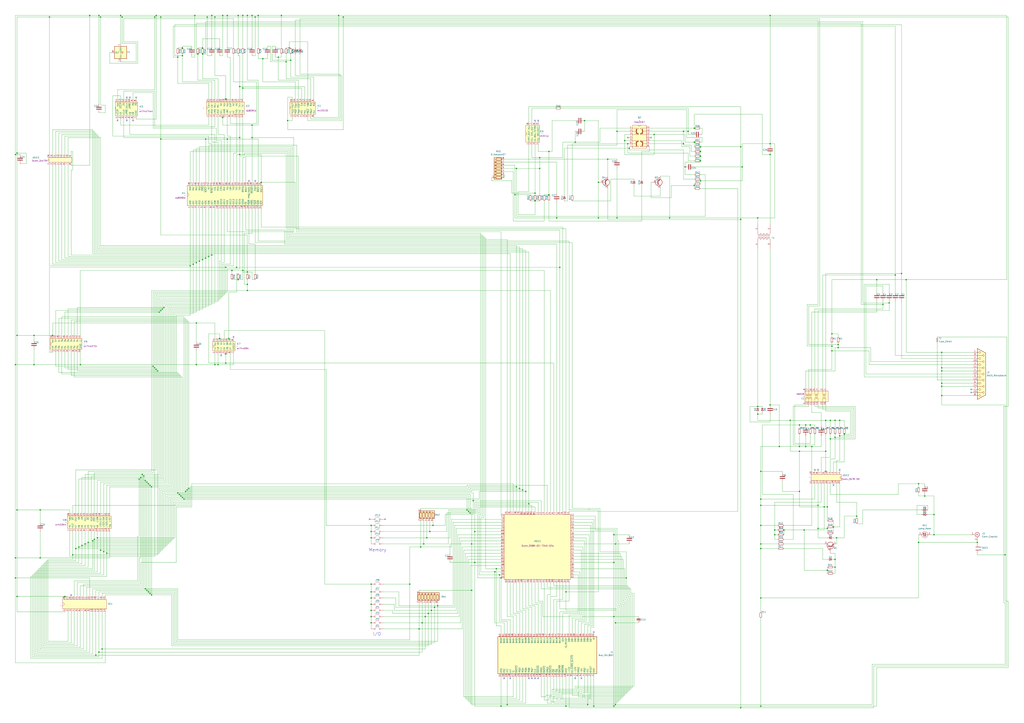
<source format=kicad_sch>
(kicad_sch (version 20250114) (generator "eeschema") (generator_version "9.0")
  (paper "A1")
  (title_block (title "3Com Etherlink II 2227-04 REV A") (rev "1.0") (company "Mattia's Software"))
  (text "Memory" (at 310.134 452.12 0) (effects (font (size 2.54 2.54))))
  (text "I/O" (at 309.626 521.208 0) (effects (font (size 2.54 2.54))))
  (junction (at 504.19 506.73))
  (junction (at 12.7 299.72))
  (junction (at 351.79 504.19))
  (junction (at 681.99 345.44))
  (junction (at 77.47 443.23))
  (junction (at 632.46 118.11))
  (junction (at 228.6 46.99))
  (junction (at 195.58 229.87))
  (junction (at 660.4 435.61))
  (junction (at 203.2 238.76))
  (junction (at 688.34 285.75))
  (junction (at 347.98 447.04))
  (junction (at 27.94 299.72))
  (junction (at 383.54 419.1))
  (junction (at 33.02 419.1))
  (junction (at 685.8 359.41))
  (junction (at 13.97 419.1))
  (junction (at 464.82 486.41))
  (junction (at 689.61 345.44))
  (junction (at 387.35 447.04))
  (junction (at 173.99 12.7))
  (junction (at 661.67 367.03))
  (junction (at 147.32 406.4))
  (junction (at 632.46 127))
  (junction (at 128.27 303.53))
  (junction (at 124.46 400.05))
  (junction (at 196.85 113.03))
  (junction (at 180.34 278.13))
  (junction (at 156.21 218.44))
  (junction (at 115.57 392.43))
  (junction (at 434.34 414.02))
  (junction (at 450.85 124.46))
  (junction (at 190.5 222.25))
  (junction (at 624.84 450.85))
  (junction (at 505.46 579.12))
  (junction (at 146.05 46.99))
  (junction (at 422.91 160.02))
  (junction (at 162.56 44.45))
  (junction (at 59.69 455.93))
  (junction (at 439.42 165.1))
  (junction (at 64.77 449.58))
  (junction (at 636.27 439.42))
  (junction (at 683.26 274.32))
  (junction (at 185.42 298.45))
  (junction (at 773.43 304.8))
  (junction (at 656.59 403.86))
  (junction (at 688.34 283.21))
  (junction (at 304.8 506.73))
  (junction (at 127 13.97))
  (junction (at 684.53 433.07))
  (junction (at 120.65 485.14))
  (junction (at 66.04 299.72))
  (junction (at 85.09 453.39))
  (junction (at 168.91 212.09))
  (junction (at 114.3 393.7))
  (junction (at 354.33 501.65))
  (junction (at 149.86 45.72))
  (junction (at 199.39 222.25))
  (junction (at 238.76 49.53))
  (junction (at 78.74 538.48))
  (junction (at 656.59 370.84))
  (junction (at 575.31 124.46))
  (junction (at 624.84 431.8))
  (junction (at 153.67 402.59))
  (junction (at 355.6 431.8))
  (junction (at 773.43 289.56))
  (junction (at 123.19 398.78))
  (junction (at 199.39 72.39))
  (junction (at 570.23 152.4))
  (junction (at 506.73 179.07))
  (junction (at 100.33 13.97))
  (junction (at 336.55 480.06))
  (junction (at 187.96 278.13))
  (junction (at 199.39 12.7))
  (junction (at 168.91 114.3))
  (junction (at 67.31 448.31))
  (junction (at 281.94 13.97))
  (junction (at 406.4 469.9))
  (junction (at 802.64 445.77))
  (junction (at 407.67 467.36))
  (junction (at 505.46 447.04))
  (junction (at 121.92 486.41))
  (junction (at 570.23 105.41))
  (junction (at 133.35 254))
  (junction (at 622.3 340.36))
  (junction (at 353.06 436.88))
  (junction (at 346.71 511.81))
  (junction (at 459.74 219.71))
  (junction (at 176.53 13.97))
  (junction (at 359.41 497.84))
  (junction (at 179.07 299.72))
  (junction (at 116.84 389.89))
  (junction (at 411.48 474.98))
  (junction (at 482.6 579.12))
  (junction (at 82.55 13.97))
  (junction (at 43.18 275.59))
  (junction (at 575.31 120.65))
  (junction (at 450.85 160.02))
  (junction (at 608.33 120.65))
  (junction (at 740.41 224.79))
  (junction (at 185.42 290.83))
  (junction (at 345.44 449.58))
  (junction (at 389.89 436.88))
  (junction (at 278.13 12.7))
  (junction (at 480.06 99.06))
  (junction (at 33.02 458.47))
  (junction (at 671.83 434.34))
  (junction (at 161.29 299.72))
  (junction (at 685.8 466.09))
  (junction (at 123.19 487.68))
  (junction (at 754.38 397.51))
  (junction (at 119.38 483.87))
  (junction (at 128.27 12.7))
  (junction (at 640.08 367.03))
  (junction (at 132.08 255.27))
  (junction (at 196.85 71.12))
  (junction (at 186.69 114.3))
  (junction (at 384.81 420.37))
  (junction (at 13.97 275.59))
  (junction (at 118.11 391.16))
  (junction (at 388.62 411.48))
  (junction (at 464.82 580.39))
  (junction (at 624.84 387.35))
  (junction (at 163.83 214.63))
  (junction (at 134.62 252.73))
  (junction (at 491.49 179.07))
  (junction (at 304.8 491.49))
  (junction (at 149.86 39.37))
  (junction (at 689.61 358.14))
  (junction (at 82.55 452.12))
  (junction (at 429.26 402.59))
  (junction (at 678.18 345.44))
  (junction (at 431.8 403.86))
  (junction (at 349.25 506.73))
  (junction (at 196.85 127))
  (junction (at 443.23 129.54))
  (junction (at 515.62 118.11))
  (junction (at 622.3 334.01))
  (junction (at 173.99 209.55))
  (junction (at 203.2 233.68))
  (junction (at 215.9 48.26))
  (junction (at 13.97 125.73))
  (junction (at 703.58 424.18))
  (junction (at 99.06 12.7))
  (junction (at 203.2 12.7))
  (junction (at 632.46 332.74))
  (junction (at 624.84 410.21))
  (junction (at 124.46 488.95))
  (junction (at 575.31 128.27))
  (junction (at 685.8 459.74))
  (junction (at 773.43 302.26))
  (junction (at 561.34 118.11))
  (junction (at 387.35 485.14))
  (junction (at 236.22 99.06))
  (junction (at 132.08 114.3))
  (junction (at 304.8 511.81))
  (junction (at 426.72 401.32))
  (junction (at 773.43 314.96))
  (junction (at 661.67 349.25))
  (junction (at 160.02 12.7))
  (junction (at 487.68 580.39))
  (junction (at 624.84 447.04))
  (junction (at 565.15 107.95))
  (junction (at 148.59 407.67))
  (junction (at 504.19 580.39))
  (junction (at 304.8 436.88))
  (junction (at 212.09 12.7))
  (junction (at 130.81 256.54))
  (junction (at 679.45 416.56))
  (junction (at 679.45 468.63))
  (junction (at 666.75 367.03))
  (junction (at 125.73 300.99))
  (junction (at 411.48 580.39))
  (junction (at 166.37 213.36))
  (junction (at 656.59 367.03))
  (junction (at 491.49 149.86))
  (junction (at 81.28 535.94))
  (junction (at 83.82 533.4))
  (junction (at 504.19 439.42))
  (junction (at 185.42 219.71))
  (junction (at 608.33 581.66))
  (junction (at 656.59 349.25))
  (junction (at 632.46 12.7))
  (junction (at 457.2 179.07))
  (junction (at 127 302.26))
  (junction (at 231.14 12.7))
  (junction (at 648.97 345.44))
  (junction (at 304.8 431.8))
  (junction (at 730.25 248.92))
  (junction (at 120.65 396.24))
  (junction (at 304.8 441.96))
  (junction (at 121.92 397.51))
  (junction (at 683.26 288.29))
  (junction (at 416.56 579.12))
  (junction (at 725.17 250.19))
  (junction (at 608.33 180.34))
  (junction (at 499.11 130.81))
  (junction (at 237.49 39.37))
  (junction (at 154.94 401.32))
  (junction (at 825.5 455.93))
  (junction (at 69.85 447.04))
  (junction (at 386.08 421.64))
  (junction (at 146.05 405.13))
  (junction (at 182.88 96.52))
  (junction (at 443.23 138.43))
  (junction (at 304.8 480.06))
  (junction (at 209.55 13.97))
  (junction (at 472.44 116.84))
  (junction (at 735.33 226.06))
  (junction (at 176.53 299.72))
  (junction (at 636.27 435.61))
  (junction (at 679.45 434.34))
  (junction (at 186.69 12.7))
  (junction (at 754.38 445.77))
  (junction (at 643.89 435.61))
  (junction (at 678.18 387.35))
  (junction (at 182.88 12.7))
  (junction (at 27.94 275.59))
  (junction (at 185.42 81.28))
  (junction (at 161.29 265.43))
  (junction (at 744.22 229.87))
  (junction (at 152.4 403.86))
  (junction (at 693.42 356.87))
  (junction (at 516.89 121.92))
  (junction (at 570.23 116.84))
  (junction (at 439.42 158.75))
  (junction (at 87.63 454.66))
  (junction (at 410.21 472.44))
  (junction (at 72.39 445.77))
  (junction (at 62.23 450.85))
  (junction (at 665.48 349.25))
  (junction (at 609.6 137.16))
  (junction (at 681.99 360.68))
  (junction (at 119.38 394.97))
  (junction (at 767.08 422.91))
  (junction (at 151.13 410.21))
  (junction (at 671.83 415.29))
  (junction (at 170.18 13.97))
  (junction (at 622.3 179.07))
  (junction (at 234.95 50.8))
  (junction (at 129.54 304.8))
  (junction (at 149.86 408.94))
  (junction (at 575.31 148.59))
  (junction (at 207.01 113.03))
  (junction (at 304.8 496.57))
  (junction (at 424.18 400.05))
  (junction (at 687.07 441.96))
  (junction (at 350.52 441.96))
  (junction (at 80.01 441.96))
  (junction (at 575.31 132.08))
  (junction (at 549.91 179.07))
  (junction (at 195.58 12.7))
  (junction (at 171.45 210.82))
  (junction (at 624.84 415.29))
  (junction (at 676.91 416.56))
  (junction (at 561.34 107.95))
  (junction (at 389.89 462.28))
  (junction (at 759.46 407.67))
  (junction (at 207.01 12.7))
  (junction (at 214.63 149.86))
  (junction (at 12.7 458.47))
  (junction (at 505.46 511.81))
  (junction (at 537.21 110.49))
  (junction (at 514.35 474.98))
  (junction (at 424.18 138.43))
  (junction (at 720.09 229.87))
  (junction (at 194.31 219.71))
  (junction (at 12.7 127))
  (junction (at 304.8 501.65))
  (junction (at 166.37 44.45))
  (junction (at 506.73 107.95))
  (junction (at 678.18 370.84))
  (junction (at 504.19 462.28))
  (junction (at 356.87 499.11))
  (junction (at 773.43 317.5))
  (junction (at 158.75 217.17))
  (junction (at 683.26 284.48))
  (junction (at 81.28 12.7))
  (junction (at 132.08 13.97))
  (junction (at 767.08 439.42))
  (junction (at 513.08 115.57))
  (junction (at 73.66 12.7))
  (junction (at 203.2 223.52))
  (junction (at 12.7 474.98))
  (junction (at 166.37 39.37))
  (junction (at 344.17 516.89))
  (junction (at 624.84 580.39))
  (junction (at 685.8 345.44))
  (junction (at 53.34 490.22))
  (junction (at 562.61 137.16))
  (junction (at 161.29 215.9))
  (junction (at 773.43 325.12))
  (junction (at 207.01 102.87))
  (junction (at 13.97 490.22))
  (junction (at 304.8 486.41))
  (junction (at 624.84 491.49))
  (junction (at 40.64 13.97))
  (junction (at 76.2 444.5))
  (no_connect (at 96.52 99.06))
  (no_connect (at 104.14 99.06))
  (no_connect (at 111.76 80.01))
  (no_connect (at 669.29 386.08))
  (no_connect (at 419.1 557.53))
  (no_connect (at 109.22 99.06))
  (no_connect (at 414.02 557.53))
  (no_connect (at 181.61 292.1))
  (no_connect (at 434.34 557.53))
  (no_connect (at 534.67 113.03))
  (no_connect (at 439.42 557.53))
  (no_connect (at 58.42 488.95))
  (no_connect (at 303.53 426.72))
  (no_connect (at 472.44 557.53))
  (no_connect (at 671.83 386.08))
  (no_connect (at 689.61 386.08))
  (no_connect (at 797.56 320.04))
  (no_connect (at 204.47 148.59))
  (no_connect (at 104.14 80.01))
  (no_connect (at 477.52 557.53))
  (no_connect (at 439.42 99.06))
  (no_connect (at 191.77 276.86))
  (no_connect (at 515.62 113.03))
  (no_connect (at 436.88 557.53))
  (no_connect (at 487.68 519.43))
  (no_connect (at 441.96 99.06))
  (no_connect (at 441.96 557.53))
  (no_connect (at 797.56 322.58))
  (no_connect (at 316.23 426.72))
  (no_connect (at 106.68 80.01))
  (no_connect (at 209.55 148.59))
  (no_connect (at 684.53 398.78))
  (wire (pts (xy 53.34 302.26) (xy 127 302.26)))
  (wire (pts (xy 137.16 251.46) (xy 137.16 396.24)))
  (wire (pts (xy 181.61 290.83) (xy 181.61 292.1)))
  (wire (pts (xy 671.83 255.27) (xy 730.25 255.27)))
  (wire (pts (xy 575.31 148.59) (xy 575.31 151.13)))
  (wire (pts (xy 137.16 407.67) (xy 137.16 448.31)))
  (wire (pts (xy 158.75 217.17) (xy 158.75 257.81)))
  (wire (pts (xy 379.73 449.58) (xy 411.48 449.58)))
  (wire (pts (xy 128.27 386.08) (xy 62.23 386.08)))
  (wire (pts (xy 675.64 459.74) (xy 675.64 450.85)))
  (wire (pts (xy 689.61 345.44) (xy 693.42 345.44)))
  (wire (pts (xy 769.62 276.86) (xy 826.77 276.86)))
  (wire (pts (xy 491.49 149.86) (xy 491.49 99.06)))
  (wire (pts (xy 666.75 367.03) (xy 674.37 367.03)))
  (wire (pts (xy 439.42 520.7) (xy 439.42 497.84)))
  (wire (pts (xy 472.44 116.84) (xy 462.28 116.84)))
  (wire (pts (xy 651.51 443.23) (xy 651.51 406.4)))
  (wire (pts (xy 383.54 457.2) (xy 411.48 457.2)))
  (wire (pts (xy 114.3 478.79) (xy 63.5 478.79)))
  (wire (pts (xy 615.95 334.01) (xy 615.95 346.71)))
  (wire (pts (xy 457.2 133.35) (xy 457.2 158.75)))
  (wire (pts (xy 186.69 46.99) (xy 189.23 46.99)))
  (wire (pts (xy 608.33 581.66) (xy 717.55 581.66)))
  (wire (pts (xy 67.31 392.43) (xy 67.31 421.64)))
  (wire (pts (xy 215.9 48.26) (xy 219.71 48.26)))
  (wire (pts (xy 39.37 527.05) (xy 55.88 527.05)))
  (wire (pts (xy 685.8 359.41) (xy 685.8 377.19)))
  (wire (pts (xy 476.25 469.9) (xy 471.17 469.9)))
  (wire (pts (xy 236.22 80.01) (xy 240.03 80.01)))
  (wire (pts (xy 459.74 219.71) (xy 459.74 189.23)))
  (wire (pts (xy 660.4 435.61) (xy 643.89 435.61)))
  (wire (pts (xy 50.8 110.49) (xy 50.8 127)))
  (wire (pts (xy 744.22 229.87) (xy 826.77 229.87)))
  (wire (pts (xy 143.51 20.32) (xy 143.51 45.72)))
  (wire (pts (xy 424.18 400.05) (xy 384.81 400.05)))
  (wire (pts (xy 304.8 491.49) (xy 304.8 496.57)))
  (wire (pts (xy 661.67 349.25) (xy 661.67 350.52)))
  (wire (pts (xy 304.8 441.96) (xy 304.8 447.04)))
  (wire (pts (xy 678.18 224.79) (xy 678.18 318.77)))
  (wire (pts (xy 133.35 403.86) (xy 133.35 452.12)))
  (wire (pts (xy 323.85 501.65) (xy 354.33 501.65)))
  (wire (pts (xy 207.01 102.87) (xy 212.09 102.87)))
  (wire (pts (xy 12.7 458.47) (xy 33.02 458.47)))
  (wire (pts (xy 740.41 240.03) (xy 740.41 224.79)))
  (wire (pts (xy 13.97 275.59) (xy 13.97 419.1)))
  (wire (pts (xy 492.76 453.39) (xy 492.76 417.83)))
  (wire (pts (xy 207.01 229.87) (xy 207.01 223.52)))
  (wire (pts (xy 675.64 226.06) (xy 675.64 318.77)))
  (wire (pts (xy 660.4 468.63) (xy 679.45 468.63)))
  (wire (pts (xy 397.51 194.31) (xy 237.49 194.31)))
  (wire (pts (xy 171.45 210.82) (xy 171.45 251.46)))
  (wire (pts (xy 683.26 281.94) (xy 683.26 284.48)))
  (wire (pts (xy 756.92 422.91) (xy 753.11 422.91)))
  (wire (pts (xy 184.15 271.78) (xy 184.15 278.13)))
  (wire (pts (xy 457.2 575.31) (xy 461.01 575.31)))
  (wire (pts (xy 191.77 171.45) (xy 191.77 218.44)))
  (wire (pts (xy 186.69 46.99) (xy 186.69 45.72)))
  (wire (pts (xy 632.46 118.11) (xy 632.46 119.38)))
  (wire (pts (xy 82.55 13.97) (xy 82.55 86.36)))
  (wire (pts (xy 135.89 406.4) (xy 135.89 449.58)))
  (wire (pts (xy 60.96 289.56) (xy 60.96 309.88)))
  (wire (pts (xy 168.91 44.45) (xy 166.37 44.45)))
  (wire (pts (xy 730.25 248.92) (xy 730.25 255.27)))
  (wire (pts (xy 422.91 135.89) (xy 414.02 135.89)))
  (wire (pts (xy 454.66 478.79) (xy 454.66 481.33)))
  (wire (pts (xy 480.06 513.08) (xy 480.06 520.7)))
  (wire (pts (xy 90.17 43.18) (xy 90.17 52.07)))
  (wire (pts (xy 656.59 370.84) (xy 648.97 370.84)))
  (wire (pts (xy 113.03 52.07) (xy 113.03 34.29)))
  (wire (pts (xy 73.66 535.94) (xy 73.66 502.92)))
  (wire (pts (xy 43.18 217.17) (xy 158.75 217.17)))
  (wire (pts (xy 454.66 492.76) (xy 462.28 492.76)))
  (wire (pts (xy 828.04 334.01) (xy 828.04 13.97)))
  (wire (pts (xy 336.55 449.58) (xy 345.44 449.58)))
  (wire (pts (xy 406.4 511.81) (xy 406.4 469.9)))
  (wire (pts (xy 472.44 556.26) (xy 472.44 557.53)))
  (wire (pts (xy 608.33 120.65) (xy 608.33 87.63)))
  (wire (pts (xy 482.6 514.35) (xy 486.41 514.35)))
  (wire (pts (xy 626.11 339.09) (xy 626.11 340.36)))
  (wire (pts (xy 384.81 576.58) (xy 429.26 576.58)))
  (wire (pts (xy 387.35 579.12) (xy 416.56 579.12)))
  (wire (pts (xy 471.17 436.88) (xy 504.19 436.88)))
  (wire (pts (xy 447.04 181.61) (xy 421.64 181.61)))
  (wire (pts (xy 209.55 199.39) (xy 209.55 171.45)))
  (wire (pts (xy 368.3 419.1) (xy 368.3 447.04)))
  (wire (pts (xy 161.29 171.45) (xy 161.29 215.9)))
  (wire (pts (xy 549.91 179.07) (xy 622.3 179.07)))
  (wire (pts (xy 664.21 303.53) (xy 683.26 303.53)))
  (wire (pts (xy 425.45 176.53) (xy 425.45 157.48)))
  (wire (pts (xy 476.25 504.19) (xy 476.25 469.9)))
  (wire (pts (xy 485.14 575.31) (xy 509.27 575.31)))
  (wire (pts (xy 481.33 510.54) (xy 481.33 441.96)))
  (wire (pts (xy 754.38 491.49) (xy 754.38 445.77)))
  (wire (pts (xy 33.02 466.09) (xy 33.02 533.4)))
  (wire (pts (xy 575.31 147.32) (xy 575.31 148.59)))
  (wire (pts (xy 609.6 148.59) (xy 609.6 137.16)))
  (wire (pts (xy 182.88 12.7) (xy 182.88 45.72)))
  (wire (pts (xy 464.82 486.41) (xy 464.82 478.79)))
  (wire (pts (xy 154.94 401.32) (xy 154.94 414.02)))
  (wire (pts (xy 447.04 478.79) (xy 447.04 520.7)))
  (wire (pts (xy 143.51 414.02) (xy 143.51 441.96)))
  (wire (pts (xy 87.63 473.71) (xy 25.4 473.71)))
  (wire (pts (xy 716.28 579.12) (xy 716.28 546.1)))
  (wire (pts (xy 471.17 449.58) (xy 478.79 449.58)))
  (wire (pts (xy 464.82 420.37) (xy 464.82 187.96)))
  (wire (pts (xy 246.38 44.45) (xy 246.38 60.96)))
  (wire (pts (xy 414.02 133.35) (xy 457.2 133.35)))
  (wire (pts (xy 72.39 445.77) (xy 72.39 436.88)))
  (wire (pts (xy 30.48 468.63) (xy 30.48 535.94)))
  (wire (pts (xy 676.91 435.61) (xy 660.4 435.61)))
  (wire (pts (xy 426.72 575.31) (xy 383.54 575.31)))
  (wire (pts (xy 240.03 80.01) (xy 240.03 81.28)))
  (wire (pts (xy 516.89 123.19) (xy 516.89 121.92)))
  (wire (pts (xy 171.45 298.45) (xy 185.42 298.45)))
  (wire (pts (xy 671.83 332.74) (xy 671.83 335.28)))
  (wire (pts (xy 140.97 400.05) (xy 124.46 400.05)))
  (wire (pts (xy 664.21 334.01) (xy 651.51 334.01)))
  (wire (pts (xy 179.07 247.65) (xy 133.35 247.65)))
  (wire (pts (xy 69.85 464.82) (xy 34.29 464.82)))
  (wire (pts (xy 632.46 127) (xy 632.46 184.15)))
  (wire (pts (xy 669.29 365.76) (xy 669.29 356.87)))
  (wire (pts (xy 678.18 332.74) (xy 678.18 337.82)))
  (wire (pts (xy 200.66 125.73) (xy 200.66 129.54)))
  (wire (pts (xy 513.08 571.5) (xy 513.08 495.3)))
  (wire (pts (xy 58.42 528.32) (xy 58.42 502.92)))
  (wire (pts (xy 27.94 275.59) (xy 27.94 279.4)))
  (wire (pts (xy 347.98 447.04) (xy 347.98 427.99)))
  (wire (pts (xy 142.24 412.75) (xy 142.24 443.23)))
  (wire (pts (xy 200.66 233.68) (xy 200.66 191.77)))
  (wire (pts (xy 82.55 471.17) (xy 27.94 471.17)))
  (wire (pts (xy 477.52 452.12) (xy 477.52 505.46)))
  (wire (pts (xy 575.31 132.08) (xy 575.31 133.35)))
  (wire (pts (xy 62.23 450.85) (xy 62.23 436.88)))
  (wire (pts (xy 124.46 488.95) (xy 86.36 488.95)))
  (wire (pts (xy 744.22 229.87) (xy 720.09 229.87)))
  (wire (pts (xy 382.27 454.66) (xy 411.48 454.66)))
  (wire (pts (xy 151.13 260.35) (xy 151.13 410.21)))
  (wire (pts (xy 454.66 556.26) (xy 454.66 577.85)))
  (wire (pts (xy 138.43 397.51) (xy 121.92 397.51)))
  (wire (pts (xy 472.44 566.42) (xy 472.44 563.88)))
  (wire (pts (xy 195.58 12.7) (xy 195.58 39.37)))
  (wire (pts (xy 453.39 574.04) (xy 458.47 574.04)))
  (wire (pts (xy 669.29 254) (xy 669.29 318.77)))
  (wire (pts (xy 508 444.5) (xy 508 497.84)))
  (wire (pts (xy 414.02 143.51) (xy 414.02 146.05)))
  (wire (pts (xy 488.95 424.18) (xy 471.17 424.18)))
  (wire (pts (xy 267.97 431.8) (xy 304.8 431.8)))
  (wire (pts (xy 375.92 439.42) (xy 375.92 504.19)))
  (wire (pts (xy 685.8 377.19) (xy 681.99 377.19)))
  (wire (pts (xy 506.73 90.17) (xy 563.88 90.17)))
  (wire (pts (xy 101.6 34.29) (xy 101.6 15.24)))
  (wire (pts (xy 520.7 161.29) (xy 520.7 152.4)))
  (wire (pts (xy 201.93 128.27) (xy 245.11 128.27)))
  (wire (pts (xy 421.64 556.26) (xy 421.64 572.77)))
  (wire (pts (xy 322.58 501.65) (xy 322.58 504.19)))
  (wire (pts (xy 441.96 124.46) (xy 450.85 124.46)))
  (wire (pts (xy 82.55 452.12) (xy 82.55 471.17)))
  (wire (pts (xy 58.42 135.89) (xy 73.66 135.89)))
  (wire (pts (xy 209.55 200.66) (xy 204.47 200.66)))
  (wire (pts (xy 278.13 12.7) (xy 278.13 96.52)))
  (wire (pts (xy 492.76 417.83) (xy 469.9 417.83)))
  (wire (pts (xy 773.43 304.8) (xy 798.83 304.8)))
  (wire (pts (xy 506.73 501.65) (xy 464.82 501.65)))
  (wire (pts (xy 203.2 66.04) (xy 212.09 66.04)))
  (wire (pts (xy 414.02 556.26) (xy 414.02 557.53)))
  (wire (pts (xy 76.2 483.87) (xy 76.2 490.22)))
  (wire (pts (xy 457.2 179.07) (xy 422.91 179.07)))
  (wire (pts (xy 414.02 130.81) (xy 499.11 130.81)))
  (wire (pts (xy 63.5 252.73) (xy 134.62 252.73)))
  (wire (pts (xy 120.65 485.14) (xy 78.74 485.14)))
  (wire (pts (xy 166.37 39.37) (xy 166.37 31.75)))
  (wire (pts (xy 675.64 336.55) (xy 699.77 336.55)))
  (wire (pts (xy 27.94 299.72) (xy 12.7 299.72)))
  (wire (pts (xy 387.35 485.14) (xy 387.35 579.12)))
  (wire (pts (xy 57.15 419.1) (xy 57.15 421.64)))
  (wire (pts (xy 228.6 46.99) (xy 226.06 46.99)))
  (wire (pts (xy 359.41 527.05) (xy 144.78 527.05)))
  (wire (pts (xy 426.72 501.65) (xy 431.8 501.65)))
  (wire (pts (xy 119.38 483.87) (xy 76.2 483.87)))
  (wire (pts (xy 513.08 110.49) (xy 516.89 110.49)))
  (wire (pts (xy 140.97 488.95) (xy 124.46 488.95)))
  (wire (pts (xy 85.09 397.51) (xy 121.92 397.51)))
  (wire (pts (xy 314.96 506.73) (xy 349.25 506.73)))
  (wire (pts (xy 643.89 447.04) (xy 676.91 447.04)))
  (wire (pts (xy 50.8 135.89) (xy 50.8 213.36)))
  (wire (pts (xy 146.05 39.37) (xy 149.86 39.37)))
  (wire (pts (xy 242.57 16.51) (xy 242.57 39.37)))
  (wire (pts (xy 186.69 240.03) (xy 125.73 240.03)))
  (wire (pts (xy 422.91 179.07) (xy 422.91 160.02)))
  (wire (pts (xy 252.73 34.29) (xy 252.73 81.28)))
  (wire (pts (xy 624.84 450.85) (xy 624.84 491.49)))
  (wire (pts (xy 576.58 110.49) (xy 576.58 105.41)))
  (wire (pts (xy 21.59 125.73) (xy 21.59 134.62)))
  (wire (pts (xy 101.6 97.79) (xy 101.6 113.03)))
  (wire (pts (xy 735.33 226.06) (xy 735.33 240.03)))
  (wire (pts (xy 570.23 152.4) (xy 570.23 154.94)))
  (wire (pts (xy 798.83 322.58) (xy 797.56 322.58)))
  (wire (pts (xy 431.8 556.26) (xy 431.8 577.85)))
  (wire (pts (xy 173.99 118.11) (xy 171.45 118.11)))
  (wire (pts (xy 146.05 306.07) (xy 146.05 405.13)))
  (wire (pts (xy 127 241.3) (xy 127 302.26)))
  (wire (pts (xy 466.09 165.1) (xy 466.09 119.38)))
  (wire (pts (xy 652.78 364.49) (xy 665.48 364.49)))
  (wire (pts (xy 143.51 441.96) (xy 80.01 441.96)))
  (wire (pts (xy 464.82 187.96) (xy 242.57 187.96)))
  (wire (pts (xy 720.09 229.87) (xy 720.09 240.03)))
  (wire (pts (xy 209.55 229.87) (xy 207.01 229.87)))
  (wire (pts (xy 709.93 309.88) (xy 798.83 309.88)))
  (wire (pts (xy 453.39 124.46) (xy 450.85 124.46)))
  (wire (pts (xy 43.18 275.59) (xy 43.18 265.43)))
  (wire (pts (xy 622.3 340.36) (xy 626.11 340.36)))
  (wire (pts (xy 13.97 125.73) (xy 21.59 125.73)))
  (wire (pts (xy 533.4 113.03) (xy 534.67 113.03)))
  (wire (pts (xy 377.19 441.96) (xy 377.19 506.73)))
  (wire (pts (xy 509.27 496.57) (xy 509.27 454.66)))
  (wire (pts (xy 344.17 516.89) (xy 344.17 538.48)))
  (wire (pts (xy 605.79 420.37) (xy 605.79 154.94)))
  (wire (pts (xy 482.6 556.26) (xy 482.6 579.12)))
  (wire (pts (xy 608.33 87.63) (xy 434.34 87.63)))
  (wire (pts (xy 182.88 243.84) (xy 129.54 243.84)))
  (wire (pts (xy 241.3 113.03) (xy 241.3 190.5)))
  (wire (pts (xy 173.99 171.45) (xy 173.99 209.55)))
  (wire (pts (xy 516.89 121.92) (xy 516.89 120.65)))
  (wire (pts (xy 666.75 256.54) (xy 720.09 256.54)))
  (wire (pts (xy 675.64 226.06) (xy 735.33 226.06)))
  (wire (pts (xy 177.8 105.41) (xy 125.73 105.41)))
  (wire (pts (xy 373.38 499.11) (xy 356.87 499.11)))
  (wire (pts (xy 389.89 436.88) (xy 389.89 462.28)))
  (wire (pts (xy 130.81 389.89) (xy 116.84 389.89)))
  (wire (pts (xy 515.62 492.76) (xy 513.08 492.76)))
  (wire (pts (xy 711.2 307.34) (xy 711.2 234.95)))
  (wire (pts (xy 203.2 233.68) (xy 200.66 233.68)))
  (wire (pts (xy 444.5 520.7) (xy 444.5 495.3)))
  (wire (pts (xy 176.53 299.72) (xy 179.07 299.72)))
  (wire (pts (xy 161.29 256.54) (xy 142.24 256.54)))
  (wire (pts (xy 170.18 13.97) (xy 176.53 13.97)))
  (wire (pts (xy 81.28 203.2) (xy 81.28 111.76)))
  (wire (pts (xy 128.27 242.57) (xy 128.27 303.53)))
  (wire (pts (xy 802.64 445.77) (xy 754.38 445.77)))
  (wire (pts (xy 53.34 275.59) (xy 53.34 256.54)))
  (wire (pts (xy 129.54 455.93) (xy 59.69 455.93)))
  (wire (pts (xy 171.45 251.46) (xy 137.16 251.46)))
  (wire (pts (xy 173.99 96.52) (xy 173.99 116.84)))
  (wire (pts (xy 336.55 449.58) (xy 336.55 480.06)))
  (wire (pts (xy 381 452.12) (xy 411.48 452.12)))
  (wire (pts (xy 622.3 184.15) (xy 622.3 179.07)))
  (wire (pts (xy 12.7 127) (xy 12.7 299.72)))
  (wire (pts (xy 826.77 229.87) (xy 826.77 12.7)))
  (wire (pts (xy 687.07 378.46) (xy 687.07 387.35)))
  (wire (pts (xy 441.96 119.38) (xy 441.96 124.46)))
  (wire (pts (xy 798.83 320.04) (xy 797.56 320.04)))
  (wire (pts (xy 138.43 252.73) (xy 138.43 397.51)))
  (wire (pts (xy 624.84 367.03) (xy 624.84 387.35)))
  (wire (pts (xy 565.15 88.9) (xy 565.15 107.95)))
  (wire (pts (xy 386.08 401.32) (xy 386.08 402.59)))
  (wire (pts (xy 325.12 499.11) (xy 356.87 499.11)))
  (wire (pts (xy 127 74.93) (xy 101.6 74.93)))
  (wire (pts (xy 463.55 165.1) (xy 466.09 165.1)))
  (wire (pts (xy 798.83 297.18) (xy 715.01 297.18)))
  (wire (pts (xy 12.7 299.72) (xy 12.7 458.47)))
  (wire (pts (xy 132.08 13.97) (xy 170.18 13.97)))
  (wire (pts (xy 411.48 434.34) (xy 374.65 434.34)))
  (wire (pts (xy 576.58 116.84) (xy 576.58 113.03)))
  (wire (pts (xy 125.73 105.41) (xy 125.73 76.2)))
  (wire (pts (xy 115.57 458.47) (xy 114.3 458.47)))
  (wire (pts (xy 431.8 403.86) (xy 393.7 403.86)))
  (wire (pts (xy 304.8 436.88) (xy 304.8 441.96)))
  (wire (pts (xy 487.68 520.7) (xy 487.68 519.43)))
  (wire (pts (xy 48.26 109.22) (xy 48.26 127)))
  (wire (pts (xy 424.18 502.92) (xy 424.18 478.79)))
  (wire (pts (xy 125.73 388.62) (xy 77.47 388.62)))
  (wire (pts (xy 327.66 497.84) (xy 359.41 497.84)))
  (wire (pts (xy 154.94 414.02) (xy 143.51 414.02)))
  (wire (pts (xy 461.01 570.23) (xy 477.52 570.23)))
  (wire (pts (xy 133.35 247.65) (xy 133.35 254)))
  (wire (pts (xy 203.2 12.7) (xy 203.2 66.04)))
  (wire (pts (xy 579.12 177.8) (xy 424.18 177.8)))
  (wire (pts (xy 702.31 360.68) (xy 681.99 360.68)))
  (wire (pts (xy 472.44 509.27) (xy 480.06 509.27)))
  (wire (pts (xy 132.08 193.04) (xy 203.2 193.04)))
  (wire (pts (xy 434.34 497.84) (xy 434.34 478.79)))
  (wire (pts (xy 681.99 345.44) (xy 685.8 345.44)))
  (wire (pts (xy 142.24 487.68) (xy 123.19 487.68)))
  (wire (pts (xy 196.85 71.12) (xy 196.85 81.28)))
  (wire (pts (xy 59.69 415.29) (xy 156.21 415.29)))
  (wire (pts (xy 384.81 459.74) (xy 411.48 459.74)))
  (wire (pts (xy 506.73 90.17) (xy 506.73 107.95)))
  (wire (pts (xy 681.99 397.51) (xy 681.99 406.4)))
  (wire (pts (xy 100.33 13.97) (xy 100.33 35.56)))
  (wire (pts (xy 426.72 504.19) (xy 421.64 504.19)))
  (wire (pts (xy 508 576.58) (xy 452.12 576.58)))
  (wire (pts (xy 434.34 87.63) (xy 434.34 100.33)))
  (wire (pts (xy 350.52 441.96) (xy 350.52 427.99)))
  (wire (pts (xy 575.31 116.84) (xy 576.58 116.84)))
  (wire (pts (xy 387.35 447.04) (xy 411.48 447.04)))
  (wire (pts (xy 173.99 45.72) (xy 170.18 45.72)))
  (wire (pts (xy 453.39 566.42) (xy 472.44 566.42)))
  (wire (pts (xy 69.85 447.04) (xy 69.85 436.88)))
  (wire (pts (xy 671.83 441.96) (xy 671.83 434.34)))
  (wire (pts (xy 58.42 289.56) (xy 58.42 308.61)))
  (wire (pts (xy 176.53 66.04) (xy 176.53 81.28)))
  (wire (pts (xy 431.8 205.74) (xy 78.74 205.74)))
  (wire (pts (xy 134.62 393.7) (xy 114.3 393.7)))
  (wire (pts (xy 130.81 245.11) (xy 130.81 256.54)))
  (wire (pts (xy 473.71 565.15) (xy 519.43 565.15)))
  (wire (pts (xy 240.03 96.52) (xy 240.03 99.06)))
  (wire (pts (xy 505.46 579.12) (xy 716.28 579.12)))
  (wire (pts (xy 162.56 44.45) (xy 162.56 66.04)))
  (wire (pts (xy 411.48 472.44) (xy 410.21 472.44)))
  (wire (pts (xy 226.06 46.99) (xy 226.06 45.72)))
  (wire (pts (xy 113.03 440.69) (xy 113.03 477.52)))
  (wire (pts (xy 396.24 193.04) (xy 238.76 193.04)))
  (wire (pts (xy 231.14 46.99) (xy 228.6 46.99)))
  (wire (pts (xy 575.31 124.46) (xy 575.31 128.27)))
  (wire (pts (xy 636.27 179.07) (xy 636.27 118.11)))
  (wire (pts (xy 124.46 387.35) (xy 124.46 238.76)))
  (wire (pts (xy 518.16 490.22) (xy 518.16 566.42)))
  (wire (pts (xy 461.01 88.9) (xy 565.15 88.9)))
  (wire (pts (xy 393.7 424.18) (xy 396.24 424.18)))
  (wire (pts (xy 505.46 435.61) (xy 488.95 435.61)))
  (wire (pts (xy 66.04 299.72) (xy 161.29 299.72)))
  (wire (pts (xy 146.05 483.87) (xy 119.38 483.87)))
  (wire (pts (xy 735.33 226.06) (xy 735.33 21.59)))
  (wire (pts (xy 562.61 143.51) (xy 570.23 143.51)))
  (wire (pts (xy 730.25 248.92) (xy 708.66 248.92)))
  (wire (pts (xy 608.33 120.65) (xy 575.31 120.65)))
  (wire (pts (xy 196.85 113.03) (xy 196.85 127)))
  (wire (pts (xy 570.23 137.16) (xy 609.6 137.16)))
  (wire (pts (xy 429.26 500.38) (xy 434.34 500.38)))
  (wire (pts (xy 246.38 60.96) (xy 279.4 60.96)))
  (wire (pts (xy 189.23 217.17) (xy 182.88 217.17)))
  (wire (pts (xy 579.12 143.51) (xy 579.12 177.8)))
  (wire (pts (xy 91.44 43.18) (xy 90.17 43.18)))
  (wire (pts (xy 83.82 541.02) (xy 83.82 533.4)))
  (wire (pts (xy 462.28 186.69) (xy 462.28 420.37)))
  (wire (pts (xy 665.48 349.25) (xy 661.67 349.25)))
  (wire (pts (xy 157.48 45.72) (xy 157.48 46.99)))
  (wire (pts (xy 411.48 439.42) (xy 375.92 439.42)))
  (wire (pts (xy 549.91 179.07) (xy 506.73 179.07)))
  (wire (pts (xy 140.97 411.48) (xy 140.97 444.5)))
  (wire (pts (xy 143.51 45.72) (xy 149.86 45.72)))
  (wire (pts (xy 802.64 445.77) (xy 802.64 444.5)))
  (wire (pts (xy 656.59 370.84) (xy 678.18 370.84)))
  (wire (pts (xy 142.24 443.23) (xy 77.47 443.23)))
  (wire (pts (xy 693.42 356.87) (xy 693.42 379.73)))
  (wire (pts (xy 389.89 462.28) (xy 411.48 462.28)))
  (wire (pts (xy 689.61 345.44) (xy 689.61 351.79)))
  (wire (pts (xy 678.18 356.87) (xy 678.18 370.84)))
  (wire (pts (xy 161.29 299.72) (xy 176.53 299.72)))
  (wire (pts (xy 656.59 403.86) (xy 656.59 370.84)))
  (wire (pts (xy 187.96 278.13) (xy 189.23 278.13)))
  (wire (pts (xy 419.1 509.27) (xy 419.1 520.7)))
  (wire (pts (xy 236.22 99.06) (xy 236.22 106.68)))
  (wire (pts (xy 27.94 287.02) (xy 27.94 299.72)))
  (wire (pts (xy 481.33 441.96) (xy 471.17 441.96)))
  (wire (pts (xy 713.74 288.29) (xy 713.74 299.72)))
  (wire (pts (xy 387.35 447.04) (xy 387.35 417.83)))
  (wire (pts (xy 392.43 415.29) (xy 392.43 420.37)))
  (wire (pts (xy 187.96 240.03) (xy 187.96 278.13)))
  (wire (pts (xy 63.5 478.79) (xy 63.5 490.22)))
  (wire (pts (xy 436.88 496.57) (xy 441.96 496.57)))
  (wire (pts (xy 144.78 527.05) (xy 144.78 485.14)))
  (wire (pts (xy 240.03 120.65) (xy 240.03 191.77)))
  (wire (pts (xy 501.65 147.32) (xy 501.65 165.1)))
  (wire (pts (xy 467.36 505.46) (xy 467.36 520.7)))
  (wire (pts (xy 676.91 397.51) (xy 676.91 416.56)))
  (wire (pts (xy 185.42 290.83) (xy 186.69 290.83)))
  (wire (pts (xy 449.58 398.78) (xy 383.54 398.78)))
  (wire (pts (xy 561.34 107.95) (xy 565.15 107.95)))
  (wire (pts (xy 533.4 124.46) (xy 527.05 124.46)))
  (wire (pts (xy 304.8 511.81) (xy 304.8 516.89)))
  (wire (pts (xy 242.57 62.23) (xy 280.67 62.23)))
  (wire (pts (xy 828.04 494.03) (xy 825.5 494.03)))
  (wire (pts (xy 158.75 123.19) (xy 158.75 149.86)))
  (wire (pts (xy 140.97 255.27) (xy 140.97 400.05)))
  (wire (pts (xy 651.51 365.76) (xy 669.29 365.76)))
  (wire (pts (xy 184.15 215.9) (xy 181.61 215.9)))
  (wire (pts (xy 157.48 397.51) (xy 157.48 416.56)))
  (wire (pts (xy 683.26 276.86) (xy 683.26 274.32)))
  (wire (pts (xy 39.37 459.74) (xy 39.37 527.05)))
  (wire (pts (xy 181.61 149.86) (xy 181.61 115.57)))
  (wire (pts (xy 509.27 499.11) (xy 509.27 575.31)))
  (wire (pts (xy 467.36 494.03) (xy 467.36 478.79)))
  (wire (pts (xy 240.03 99.06) (xy 236.22 99.06)))
  (wire (pts (xy 351.79 530.86) (xy 140.97 530.86)))
  (wire (pts (xy 325.12 491.49) (xy 325.12 499.11)))
  (wire (pts (xy 73.66 490.22) (xy 73.66 474.98)))
  (wire (pts (xy 121.92 397.51) (xy 121.92 486.41)))
  (wire (pts (xy 13.97 275.59) (xy 27.94 275.59)))
  (wire (pts (xy 661.67 367.03) (xy 666.75 367.03)))
  (wire (pts (xy 403.86 148.59) (xy 420.37 148.59)))
  (wire (pts (xy 67.31 463.55) (xy 35.56 463.55)))
  (wire (pts (xy 58.42 308.61) (xy 148.59 308.61)))
  (wire (pts (xy 115.57 392.43) (xy 115.57 458.47)))
  (wire (pts (xy 76.2 106.68) (xy 43.18 106.68)))
  (wire (pts (xy 203.2 223.52) (xy 203.2 193.04)))
  (wire (pts (xy 483.87 575.31) (xy 483.87 570.23)))
  (wire (pts (xy 161.29 265.43) (xy 161.29 280.67)))
  (wire (pts (xy 81.28 12.7) (xy 81.28 85.09)))
  (wire (pts (xy 203.2 224.79) (xy 203.2 223.52)))
  (wire (pts (xy 560.07 115.57) (xy 533.4 115.57)))
  (wire (pts (xy 40.64 135.89) (xy 40.64 218.44)))
  (wire (pts (xy 474.98 520.7) (xy 474.98 510.54)))
  (wire (pts (xy 487.68 580.39) (xy 504.19 580.39)))
  (wire (pts (xy 720.09 548.64) (xy 828.04 548.64)))
  (wire (pts (xy 693.42 424.18) (xy 693.42 441.96)))
  (wire (pts (xy 474.98 572.77) (xy 511.81 572.77)))
  (wire (pts (xy 753.11 422.91) (xy 753.11 415.29)))
  (wire (pts (xy 35.56 530.86) (xy 63.5 530.86)))
  (wire (pts (xy 642.62 387.35) (xy 624.84 387.35)))
  (wire (pts (xy 196.85 71.12) (xy 196.85 45.72)))
  (wire (pts (xy 223.52 49.53) (xy 238.76 49.53)))
  (wire (pts (xy 683.26 284.48) (xy 662.94 284.48)))
  (wire (pts (xy 561.34 123.19) (xy 516.89 123.19)))
  (wire (pts (xy 434.34 556.26) (xy 434.34 557.53)))
  (wire (pts (xy 179.07 64.77) (xy 179.07 81.28)))
  (wire (pts (xy 406.4 469.9) (xy 411.48 469.9)))
  (wire (pts (xy 506.73 179.07) (xy 506.73 138.43)))
  (wire (pts (xy 701.04 335.28) (xy 701.04 359.41)))
  (wire (pts (xy 204.47 200.66) (xy 204.47 171.45)))
  (wire (pts (xy 444.5 556.26) (xy 444.5 572.77)))
  (wire (pts (xy 109.22 97.79) (xy 109.22 99.06)))
  (wire (pts (xy 472.44 99.06) (xy 453.39 99.06)))
  (wire (pts (xy 314.96 496.57) (xy 323.85 496.57)))
  (wire (pts (xy 703.58 412.75) (xy 703.58 424.18)))
  (wire (pts (xy 48.26 306.07) (xy 146.05 306.07)))
  (wire (pts (xy 411.48 580.39) (xy 464.82 580.39)))
  (wire (pts (xy 445.77 506.73) (xy 445.77 494.03)))
  (wire (pts (xy 513.08 495.3) (xy 510.54 495.3)))
  (wire (pts (xy 191.77 299.72) (xy 191.77 290.83)))
  (wire (pts (xy 506.73 499.11) (xy 506.73 445.77)))
  (wire (pts (xy 388.62 422.91) (xy 365.76 422.91)))
  (wire (pts (xy 802.64 447.04) (xy 802.64 445.77)))
  (wire (pts (xy 81.28 486.41) (xy 121.92 486.41)))
  (wire (pts (xy 533.4 105.41) (xy 570.23 105.41)))
  (wire (pts (xy 134.62 450.85) (xy 62.23 450.85)))
  (wire (pts (xy 153.67 402.59) (xy 153.67 412.75)))
  (wire (pts (xy 452.12 420.37) (xy 452.12 238.76)))
  (wire (pts (xy 449.58 420.37) (xy 449.58 398.78)))
  (wire (pts (xy 373.38 431.8) (xy 373.38 499.11)))
  (wire (pts (xy 514.35 491.49) (xy 514.35 474.98)))
  (wire (pts (xy 82.55 113.03) (xy 55.88 113.03)))
  (wire (pts (xy 196.85 127) (xy 194.31 127)))
  (wire (pts (xy 398.78 467.36) (xy 398.78 195.58)))
  (wire (pts (xy 431.8 499.11) (xy 436.88 499.11)))
  (wire (pts (xy 146.05 525.78) (xy 146.05 483.87)))
  (wire (pts (xy 439.42 420.37) (xy 439.42 416.56)))
  (wire (pts (xy 114.3 458.47) (xy 114.3 478.79)))
  (wire (pts (xy 58.42 490.22) (xy 58.42 488.95)))
  (wire (pts (xy 519.43 488.95) (xy 516.89 488.95)))
  (wire (pts (xy 149.86 309.88) (xy 149.86 408.94)))
  (wire (pts (xy 185.42 81.28) (xy 184.15 81.28)))
  (wire (pts (xy 267.97 303.53) (xy 267.97 431.8)))
  (wire (pts (xy 488.95 435.61) (xy 488.95 424.18)))
  (wire (pts (xy 421.64 181.61) (xy 421.64 140.97)))
  (wire (pts (xy 214.63 127) (xy 214.63 149.86)))
  (wire (pts (xy 685.8 459.74) (xy 684.53 459.74)))
  (wire (pts (xy 13.97 13.97) (xy 40.64 13.97)))
  (wire (pts (xy 576.58 113.03) (xy 563.88 113.03)))
  (wire (pts (xy 711.2 234.95) (xy 725.17 234.95)))
  (wire (pts (xy 184.15 110.49) (xy 179.07 110.49)))
  (wire (pts (xy 78.74 205.74) (xy 78.74 109.22)))
  (wire (pts (xy 391.16 419.1) (xy 383.54 419.1)))
  (wire (pts (xy 471.17 431.8) (xy 485.14 431.8)))
  (wire (pts (xy 480.06 574.04) (xy 510.54 574.04)))
  (wire (pts (xy 445.77 494.03) (xy 441.96 494.03)))
  (wire (pts (xy 101.6 15.24) (xy 191.77 15.24)))
  (wire (pts (xy 55.88 527.05) (xy 55.88 502.92)))
  (wire (pts (xy 615.95 346.71) (xy 632.46 346.71)))
  (wire (pts (xy 191.77 125.73) (xy 194.31 125.73)))
  (wire (pts (xy 186.69 190.5) (xy 186.69 171.45)))
  (wire (pts (xy 515.62 481.33) (xy 515.62 490.22)))
  (wire (pts (xy 143.51 402.59) (xy 132.08 402.59)))
  (wire (pts (xy 48.4287 275.6196) (xy 48.4287 261.62)))
  (wire (pts (xy 179.07 110.49) (xy 179.07 96.52)))
  (wire (pts (xy 13.97 502.92) (xy 53.34 502.92)))
  (wire (pts (xy 674.37 412.75) (xy 636.27 412.75)))
  (wire (pts (xy 499.11 154.94) (xy 499.11 180.34)))
  (wire (pts (xy 86.36 544.83) (xy 86.36 502.92)))
  (wire (pts (xy 184.15 218.44) (xy 184.15 242.57)))
  (wire (pts (xy 199.39 171.45) (xy 199.39 222.25)))
  (wire (pts (xy 462.28 520.7) (xy 462.28 504.19)))
  (wire (pts (xy 622.3 345.44) (xy 648.97 345.44)))
  (wire (pts (xy 196.85 45.72) (xy 195.58 45.72)))
  (wire (pts (xy 638.81 443.23) (xy 636.27 443.23)))
  (wire (pts (xy 152.4 261.62) (xy 152.4 403.86)))
  (wire (pts (xy 454.66 420.37) (xy 454.66 298.45)))
  (wire (pts (xy 516.89 488.95) (xy 516.89 482.6)))
  (wire (pts (xy 40.64 13.97) (xy 40.64 127)))
  (wire (pts (xy 461.01 575.31) (xy 461.01 570.23)))
  (wire (pts (xy 533.4 118.11) (xy 561.34 118.11)))
  (wire (pts (xy 238.76 44.45) (xy 238.76 49.53)))
  (wire (pts (xy 237.49 194.31) (xy 237.49 123.19)))
  (wire (pts (xy 59.69 124.46) (xy 59.69 139.7)))
  (wire (pts (xy 462.28 504.19) (xy 476.25 504.19)))
  (wire (pts (xy 63.5 275.59) (xy 63.5 252.73)))
  (wire (pts (xy 608.33 581.66) (xy 608.33 180.34)))
  (wire (pts (xy 215.9 48.26) (xy 215.9 67.31)))
  (wire (pts (xy 429.26 402.59) (xy 429.26 204.47)))
  (wire (pts (xy 665.48 349.25) (xy 665.48 351.79)))
  (wire (pts (xy 186.69 278.13) (xy 187.96 278.13)))
  (wire (pts (xy 191.77 149.86) (xy 191.77 125.73)))
  (wire (pts (xy 243.84 190.5) (xy 243.84 119.38)))
  (wire (pts (xy 424.18 420.37) (xy 424.18 400.05)))
  (wire (pts (xy 148.59 407.67) (xy 137.16 407.67)))
  (wire (pts (xy 160.02 12.7) (xy 160.02 46.99)))
  (wire (pts (xy 173.99 67.31) (xy 173.99 81.28)))
  (wire (pts (xy 482.6 579.12) (xy 505.46 579.12)))
  (wire (pts (xy 514.35 474.98) (xy 514.35 453.39)))
  (wire (pts (xy 436.88 499.11) (xy 436.88 520.7)))
  (wire (pts (xy 86.36 86.36) (xy 86.36 92.71)))
  (wire (pts (xy 632.46 12.7) (xy 632.46 118.11)))
  (wire (pts (xy 246.38 15.24) (xy 246.38 39.37)))
  (wire (pts (xy 439.42 165.1) (xy 443.23 165.1)))
  (wire (pts (xy 444.5 495.3) (xy 439.42 495.3)))
  (wire (pts (xy 359.41 497.84) (xy 359.41 495.3)))
  (wire (pts (xy 80.01 394.97) (xy 80.01 421.64)))
  (wire (pts (xy 130.81 454.66) (xy 87.63 454.66)))
  (wire (pts (xy 181.61 115.57) (xy 177.8 115.57)))
  (wire (pts (xy 139.7 254) (xy 139.7 398.78)))
  (wire (pts (xy 561.34 147.32) (xy 561.34 123.19)))
  (wire (pts (xy 565.15 125.73) (xy 515.62 125.73)))
  (wire (pts (xy 472.44 520.7) (xy 472.44 509.27)))
  (wire (pts (xy 471.17 452.12) (xy 477.52 452.12)))
  (wire (pts (xy 624.84 580.39) (xy 720.09 580.39)))
  (wire (pts (xy 100.33 13.97) (xy 82.55 13.97)))
  (wire (pts (xy 186.69 96.52) (xy 186.69 111.76)))
  (wire (pts (xy 237.49 34.29) (xy 252.73 34.29)))
  (wire (pts (xy 688.34 274.32) (xy 688.34 276.86)))
  (wire (pts (xy 55.88 289.56) (xy 55.88 303.53)))
  (wire (pts (xy 207.01 113.03) (xy 241.3 113.03)))
  (wire (pts (xy 506.73 577.85) (xy 506.73 501.65)))
  (wire (pts (xy 200.66 191.77) (xy 207.01 191.77)))
  (wire (pts (xy 436.88 420.37) (xy 436.88 415.29)))
  (wire (pts (xy 179.07 278.13) (xy 180.34 278.13)))
  (wire (pts (xy 411.48 467.36) (xy 407.67 467.36)))
  (wire (pts (xy 387.35 402.59) (xy 387.35 403.86)))
  (wire (pts (xy 53.34 289.56) (xy 53.34 302.26)))
  (wire (pts (xy 513.08 115.57) (xy 513.08 110.49)))
  (wire (pts (xy 195.58 45.72) (xy 195.58 44.45)))
  (wire (pts (xy 176.53 13.97) (xy 209.55 13.97)))
  (wire (pts (xy 469.9 118.11) (xy 469.9 160.02)))
  (wire (pts (xy 36.83 529.59) (xy 60.96 529.59)))
  (wire (pts (xy 511.81 572.77) (xy 511.81 496.57)))
  (wire (pts (xy 463.55 121.92) (xy 463.55 160.02)))
  (wire (pts (xy 149.86 67.31) (xy 173.99 67.31)))
  (wire (pts (xy 467.36 556.26) (xy 467.36 581.66)))
  (wire (pts (xy 144.78 485.14) (xy 120.65 485.14)))
  (wire (pts (xy 513.08 492.76) (xy 513.08 467.36)))
  (wire (pts (xy 181.61 171.45) (xy 181.61 214.63)))
  (wire (pts (xy 279.4 60.96) (xy 279.4 97.79)))
  (wire (pts (xy 519.43 565.15) (xy 519.43 488.95)))
  (wire (pts (xy 511.81 496.57) (xy 509.27 496.57)))
  (wire (pts (xy 678.18 370.84) (xy 678.18 387.35)))
  (wire (pts (xy 561.34 107.95) (xy 561.34 118.11)))
  (wire (pts (xy 424.18 505.46) (xy 424.18 520.7)))
  (wire (pts (xy 83.82 533.4) (xy 83.82 502.92)))
  (wire (pts (xy 48.26 214.63) (xy 163.83 214.63)))
  (wire (pts (xy 119.38 394.97) (xy 119.38 483.87)))
  (wire (pts (xy 419.1 505.46) (xy 424.18 505.46)))
  (wire (pts (xy 180.34 278.13) (xy 181.61 278.13)))
  (wire (pts (xy 656.59 403.86) (xy 656.59 416.56)))
  (wire (pts (xy 237.49 39.37) (xy 238.76 39.37)))
  (wire (pts (xy 689.61 378.46) (xy 687.07 378.46)))
  (wire (pts (xy 725.17 250.19) (xy 707.39 250.19)))
  (wire (pts (xy 687.07 441.96) (xy 684.53 441.96)))
  (wire (pts (xy 708.66 17.78) (xy 168.91 17.78)))
  (wire (pts (xy 687.07 412.75) (xy 703.58 412.75)))
  (wire (pts (xy 196.85 128.27) (xy 196.85 149.86)))
  (wire (pts (xy 416.56 196.85) (xy 234.95 196.85)))
  (wire (pts (xy 513.08 115.57) (xy 516.89 115.57)))
  (wire (pts (xy 699.77 358.14) (xy 689.61 358.14)))
  (wire (pts (xy 173.99 12.7) (xy 160.02 12.7)))
  (wire (pts (xy 684.53 379.73) (xy 684.53 387.35)))
  (wire (pts (xy 683.26 229.87) (xy 720.09 229.87)))
  (wire (pts (xy 134.62 252.73) (xy 134.62 393.7)))
  (wire (pts (xy 640.08 367.03) (xy 640.08 332.74)))
  (wire (pts (xy 113.03 477.52) (xy 60.96 477.52)))
  (wire (pts (xy 77.47 107.95) (xy 45.72 107.95)))
  (wire (pts (xy 26.67 539.75) (xy 81.28 539.75)))
  (wire (pts (xy 773.43 317.5) (xy 773.43 325.12)))
  (wire (pts (xy 773.43 314.96) (xy 773.43 317.5)))
  (wire (pts (xy 137.16 448.31) (xy 67.31 448.31)))
  (wire (pts (xy 458.47 568.96) (xy 476.25 568.96)))
  (wire (pts (xy 354.33 501.65) (xy 354.33 529.59)))
  (wire (pts (xy 383.54 419.1) (xy 368.3 419.1)))
  (wire (pts (xy 421.64 504.19) (xy 421.64 478.79)))
  (wire (pts (xy 464.82 556.26) (xy 464.82 580.39)))
  (wire (pts (xy 624.84 367.03) (xy 640.08 367.03)))
  (wire (pts (xy 725.17 234.95) (xy 725.17 240.03)))
  (wire (pts (xy 196.85 71.12) (xy 250.19 71.12)))
  (wire (pts (xy 626.11 93.98) (xy 570.23 93.98)))
  (wire (pts (xy 196.85 127) (xy 214.63 127)))
  (wire (pts (xy 534.67 149.86) (xy 534.67 162.56)))
  (wire (pts (xy 825.5 455.93) (xy 825.5 494.03)))
  (wire (pts (xy 679.45 441.96) (xy 671.83 441.96)))
  (wire (pts (xy 636.27 118.11) (xy 632.46 118.11)))
  (wire (pts (xy 392.43 474.98) (xy 392.43 422.91)))
  (wire (pts (xy 396.24 193.04) (xy 396.24 424.18)))
  (wire (pts (xy 92.71 111.76) (xy 92.71 78.74)))
  (wire (pts (xy 13.97 125.73) (xy 13.97 275.59)))
  (wire (pts (xy 346.71 511.81) (xy 346.71 495.3)))
  (wire (pts (xy 636.27 439.42) (xy 636.27 435.61)))
  (wire (pts (xy 643.89 443.23) (xy 651.51 443.23)))
  (wire (pts (xy 176.53 62.23) (xy 185.42 62.23)))
  (wire (pts (xy 429.26 556.26) (xy 429.26 576.58)))
  (wire (pts (xy 367.03 421.64) (xy 367.03 436.88)))
  (wire (pts (xy 624.84 508) (xy 624.84 580.39)))
  (wire (pts (xy 685.8 359.41) (xy 685.8 356.87)))
  (wire (pts (xy 280.67 62.23) (xy 280.67 99.06)))
  (wire (pts (xy 449.58 488.95) (xy 449.58 520.7)))
  (wire (pts (xy 678.18 337.82) (xy 698.5 337.82)))
  (wire (pts (xy 717.55 581.66) (xy 717.55 547.37)))
  (wire (pts (xy 40.64 219.71) (xy 185.42 219.71)))
  (wire (pts (xy 72.39 387.35) (xy 124.46 387.35)))
  (wire (pts (xy 477.52 556.26) (xy 477.52 557.53)))
  (wire (pts (xy 109.22 76.2) (xy 109.22 81.28)))
  (wire (pts (xy 64.77 393.7) (xy 64.77 421.64)))
  (wire (pts (xy 424.18 201.93) (xy 82.55 201.93)))
  (wire (pts (xy 450.85 124.46) (xy 450.85 160.02)))
  (wire (pts (xy 58.42 262.89) (xy 153.67 262.89)))
  (wire (pts (xy 85.09 453.39) (xy 85.09 472.44)))
  (wire (pts (xy 194.31 224.79) (xy 194.31 240.03)))
  (wire (pts (xy 132.08 246.38) (xy 132.08 255.27)))
  (wire (pts (xy 182.88 12.7) (xy 173.99 12.7)))
  (wire (pts (xy 304.8 506.73) (xy 304.8 511.81)))
  (wire (pts (xy 356.87 499.11) (xy 356.87 528.32)))
  (wire (pts (xy 744.22 229.87) (xy 744.22 289.56)))
  (wire (pts (xy 143.51 20.32) (xy 740.41 20.32)))
  (wire (pts (xy 421.64 140.97) (xy 414.02 140.97)))
  (wire (pts (xy 59.69 455.93) (xy 59.69 436.88)))
  (wire (pts (xy 669.29 334.01) (xy 702.31 334.01)))
  (wire (pts (xy 773.43 289.56) (xy 744.22 289.56)))
  (wire (pts (xy 452.12 488.95) (xy 449.58 488.95)))
  (wire (pts (xy 344.17 516.89) (xy 344.17 495.3)))
  (wire (pts (xy 754.38 407.67) (xy 759.46 407.67)))
  (wire (pts (xy 450.85 575.31) (xy 450.85 572.77)))
  (wire (pts (xy 48.4287 261.62) (xy 152.4 261.62)))
  (wire (pts (xy 242.57 44.45) (xy 242.57 62.23)))
  (wire (pts (xy 144.78 462.28) (xy 115.57 462.28)))
  (wire (pts (xy 134.62 248.92) (xy 134.62 252.73)))
  (wire (pts (xy 459.74 502.92) (xy 459.74 520.7)))
  (wire (pts (xy 203.2 12.7) (xy 199.39 12.7)))
  (wire (pts (xy 608.33 180.34) (xy 608.33 120.65)))
  (wire (pts (xy 29.21 469.9) (xy 29.21 537.21)))
  (wire (pts (xy 359.41 497.84) (xy 359.41 527.05)))
  (wire (pts (xy 661.67 358.14) (xy 661.67 367.03)))
  (wire (pts (xy 478.79 449.58) (xy 478.79 508)))
  (wire (pts (xy 368.3 447.04) (xy 347.98 447.04)))
  (wire (pts (xy 50.8 289.56) (xy 50.8 307.34)))
  (wire (pts (xy 454.66 577.85) (xy 506.73 577.85)))
  (wire (pts (xy 485.14 431.8) (xy 485.14 513.08)))
  (wire (pts (xy 222.25 50.8) (xy 234.95 50.8)))
  (wire (pts (xy 681.99 454.66) (xy 685.8 454.66)))
  (wire (pts (xy 144.78 259.08) (xy 144.78 403.86)))
  (wire (pts (xy 182.88 217.17) (xy 182.88 243.84)))
  (wire (pts (xy 384.81 459.74) (xy 384.81 576.58)))
  (wire (pts (xy 447.04 575.31) (xy 450.85 575.31)))
  (wire (pts (xy 304.8 486.41) (xy 304.8 491.49)))
  (wire (pts (xy 561.34 118.11) (xy 561.34 119.38)))
  (wire (pts (xy 207.01 12.7) (xy 203.2 12.7)))
  (wire (pts (xy 478.79 574.04) (xy 478.79 568.96)))
  (wire (pts (xy 85.09 472.44) (xy 26.67 472.44)))
  (wire (pts (xy 100.33 35.56) (xy 111.76 35.56)))
  (wire (pts (xy 656.59 356.87) (xy 656.59 367.03)))
  (wire (pts (xy 798.83 289.56) (xy 773.43 289.56)))
  (wire (pts (xy 43.18 289.56) (xy 40.64 289.56)))
  (wire (pts (xy 689.61 387.35) (xy 689.61 386.08)))
  (wire (pts (xy 454.66 520.7) (xy 454.66 492.76)))
  (wire (pts (xy 549.91 144.78) (xy 542.29 144.78)))
  (wire (pts (xy 434.34 414.02) (xy 434.34 207.01)))
  (wire (pts (xy 130.81 401.32) (xy 130.81 454.66)))
  (wire (pts (xy 562.61 110.49) (xy 537.21 110.49)))
  (wire (pts (xy 152.4 403.86) (xy 152.4 411.48)))
  (wire (pts (xy 57.15 457.2) (xy 57.15 436.88)))
  (wire (pts (xy 474.98 510.54) (xy 481.33 510.54)))
  (wire (pts (xy 504.19 439.42) (xy 516.89 439.42)))
  (wire (pts (xy 128.27 12.7) (xy 99.06 12.7)))
  (wire (pts (xy 478.79 508) (xy 469.9 508)))
  (wire (pts (xy 372.11 497.84) (xy 359.41 497.84)))
  (wire (pts (xy 207.01 113.03) (xy 207.01 149.86)))
  (wire (pts (xy 693.42 345.44) (xy 693.42 351.79)))
  (wire (pts (xy 684.53 397.51) (xy 684.53 398.78)))
  (wire (pts (xy 566.42 128.27) (xy 566.42 120.65)))
  (wire (pts (xy 38.1 461.01) (xy 38.1 528.32)))
  (wire (pts (xy 71.12 534.67) (xy 71.12 502.92)))
  (wire (pts (xy 824.23 334.01) (xy 828.04 334.01)))
  (wire (pts (xy 480.06 444.5) (xy 471.17 444.5)))
  (wire (pts (xy 436.88 478.79) (xy 436.88 496.57)))
  (wire (pts (xy 683.26 274.32) (xy 683.26 229.87)))
  (wire (pts (xy 266.7 271.78) (xy 184.15 271.78)))
  (wire (pts (xy 180.34 45.72) (xy 182.88 45.72)))
  (wire (pts (xy 455.93 572.77) (xy 455.93 567.69)))
  (wire (pts (xy 575.31 128.27) (xy 575.31 132.08)))
  (wire (pts (xy 314.96 491.49) (xy 325.12 491.49)))
  (wire (pts (xy 411.48 424.18) (xy 411.48 190.5)))
  (wire (pts (xy 55.88 210.82) (xy 171.45 210.82)))
  (wire (pts (xy 212.09 12.7) (xy 212.09 39.37)))
  (wire (pts (xy 59.69 455.93) (xy 59.69 459.74)))
  (wire (pts (xy 86.36 488.95) (xy 86.36 490.22)))
  (wire (pts (xy 434.34 520.7) (xy 434.34 500.38)))
  (wire (pts (xy 161.29 288.29) (xy 161.29 299.72)))
  (wire (pts (xy 85.09 397.51) (xy 85.09 421.64)))
  (wire (pts (xy 73.66 12.7) (xy 81.28 12.7)))
  (wire (pts (xy 250.19 81.28) (xy 250.19 71.12)))
  (wire (pts (xy 673.1 251.46) (xy 673.1 15.24)))
  (wire (pts (xy 802.64 454.66) (xy 802.64 455.93)))
  (wire (pts (xy 210.82 67.31) (xy 191.77 67.31)))
  (wire (pts (xy 570.23 116.84) (xy 570.23 120.65)))
  (wire (pts (xy 730.25 233.68) (xy 730.25 240.03)))
  (wire (pts (xy 681.99 345.44) (xy 681.99 351.79)))
  (wire (pts (xy 58.42 127) (xy 58.42 124.46)))
  (wire (pts (xy 436.88 129.54) (xy 436.88 119.38)))
  (wire (pts (xy 709.93 309.88) (xy 709.93 233.68)))
  (wire (pts (xy 278.13 12.7) (xy 632.46 12.7)))
  (wire (pts (xy 515.62 125.73) (xy 515.62 118.11)))
  (wire (pts (xy 207.01 223.52) (xy 203.2 223.52)))
  (wire (pts (xy 81.28 486.41) (xy 81.28 490.22)))
  (wire (pts (xy 671.83 397.51) (xy 671.83 415.29)))
  (wire (pts (xy 355.6 431.8) (xy 355.6 427.99)))
  (wire (pts (xy 182.88 96.52) (xy 184.15 96.52)))
  (wire (pts (xy 407.67 514.35) (xy 411.48 514.35)))
  (wire (pts (xy 161.29 215.9) (xy 161.29 256.54)))
  (wire (pts (xy 622.3 179.07) (xy 636.27 179.07)))
  (wire (pts (xy 60.96 529.59) (xy 60.96 502.92)))
  (wire (pts (xy 345.44 449.58) (xy 370.84 449.58)))
  (wire (pts (xy 487.68 580.39) (xy 487.68 556.26)))
  (wire (pts (xy 180.34 214.63) (xy 180.34 246.38)))
  (wire (pts (xy 48.26 135.89) (xy 48.26 214.63)))
  (wire (pts (xy 467.36 420.37) (xy 605.79 420.37)))
  (wire (pts (xy 560.07 120.65) (xy 560.07 115.57)))
  (wire (pts (xy 443.23 138.43) (xy 443.23 129.54)))
  (wire (pts (xy 80.01 204.47) (xy 80.01 110.49)))
  (wire (pts (xy 279.4 97.79) (xy 255.27 97.79)))
  (wire (pts (xy 703.58 424.18) (xy 703.58 425.45)))
  (wire (pts (xy 681.99 360.68) (xy 681.99 375.92)))
  (wire (pts (xy 67.31 448.31) (xy 67.31 463.55)))
  (wire (pts (xy 194.31 125.73) (xy 194.31 96.52)))
  (wire (pts (xy 516.89 567.69) (xy 516.89 491.49)))
  (wire (pts (xy 492.76 105.41) (xy 492.76 116.84)))
  (wire (pts (xy 666.75 431.8) (xy 643.89 431.8)))
  (wire (pts (xy 565.15 132.08) (xy 565.15 125.73)))
  (wire (pts (xy 393.7 416.56) (xy 393.7 421.64)))
  (wire (pts (xy 81.28 535.94) (xy 346.71 535.94)))
  (wire (pts (xy 186.69 12.7) (xy 186.69 38.1)))
  (wire (pts (xy 196.85 171.45) (xy 196.85 220.98)))
  (wire (pts (xy 127 302.26) (xy 127 457.2)))
  (wire (pts (xy 75.0462 391.16) (xy 118.11 391.16)))
  (wire (pts (xy 60.96 309.88) (xy 149.86 309.88)))
  (wire (pts (xy 477.52 570.23) (xy 477.52 567.69)))
  (wire (pts (xy 386.08 421.64) (xy 367.03 421.64)))
  (wire (pts (xy 624.84 491.49) (xy 754.38 491.49)))
  (wire (pts (xy 143.51 486.41) (xy 121.92 486.41)))
  (wire (pts (xy 575.31 120.65) (xy 575.31 124.46)))
  (wire (pts (xy 669.29 332.74) (xy 669.29 334.01)))
  (wire (pts (xy 245.11 81.28) (xy 245.11 66.04)))
  (wire (pts (xy 397.51 425.45) (xy 397.51 194.31)))
  (wire (pts (xy 176.53 265.43) (xy 176.53 278.13)))
  (wire (pts (xy 50.8 307.34) (xy 147.32 307.34)))
  (wire (pts (xy 168.91 212.09) (xy 168.91 252.73)))
  (wire (pts (xy 674.37 339.09) (xy 674.37 350.52)))
  (wire (pts (xy 449.58 482.6) (xy 449.58 478.79)))
  (wire (pts (xy 179.07 116.84) (xy 179.07 149.86)))
  (wire (pts (xy 671.83 250.19) (xy 671.83 16.51)))
  (wire (pts (xy 184.15 242.57) (xy 128.27 242.57)))
  (wire (pts (xy 344.17 538.48) (xy 78.74 538.48)))
  (wire (pts (xy 196.85 220.98) (xy 186.69 220.98)))
  (wire (pts (xy 111.76 81.28) (xy 111.76 80.01)))
  (wire (pts (xy 236.22 124.46) (xy 156.21 124.46)))
  (wire (pts (xy 514.35 494.03) (xy 511.81 494.03)))
  (wire (pts (xy 151.13 410.21) (xy 393.7 410.21)))
  (wire (pts (xy 383.54 419.1) (xy 383.54 408.94)))
  (wire (pts (xy 45.72 275.59) (xy 45.72 255.27)))
  (wire (pts (xy 13.97 419.1) (xy 13.97 490.22)))
  (wire (pts (xy 439.42 495.3) (xy 439.42 478.79)))
  (wire (pts (xy 349.25 506.73) (xy 349.25 533.4)))
  (wire (pts (xy 199.39 44.45) (xy 199.39 72.39)))
  (wire (pts (xy 163.83 171.45) (xy 163.83 214.63)))
  (wire (pts (xy 173.99 116.84) (xy 179.07 116.84)))
  (wire (pts (xy 648.97 345.44) (xy 678.18 345.44)))
  (wire (pts (xy 671.83 16.51) (xy 242.57 16.51)))
  (wire (pts (xy 482.6 520.7) (xy 482.6 514.35)))
  (wire (pts (xy 219.71 38.1) (xy 222.25 38.1)))
  (wire (pts (xy 515.62 568.96) (xy 515.62 492.76)))
  (wire (pts (xy 735.33 292.1) (xy 798.83 292.1)))
  (wire (pts (xy 825.5 332.74) (xy 773.43 332.74)))
  (wire (pts (xy 411.48 556.26) (xy 411.48 580.39)))
  (wire (pts (xy 115.57 392.43) (xy 67.31 392.43)))
  (wire (pts (xy 345.44 427.99) (xy 345.44 449.58)))
  (wire (pts (xy 60.96 477.52) (xy 60.96 490.22)))
  (wire (pts (xy 116.84 389.89) (xy 116.84 481.33)))
  (wire (pts (xy 665.48 364.49) (xy 665.48 356.87)))
  (wire (pts (xy 85.09 453.39) (xy 85.09 436.88)))
  (wire (pts (xy 424.18 138.43) (xy 443.23 138.43)))
  (wire (pts (xy 685.8 471.17) (xy 684.53 471.17)))
  (wire (pts (xy 132.08 391.16) (xy 118.11 391.16)))
  (wire (pts (xy 701.04 359.41) (xy 685.8 359.41)))
  (wire (pts (xy 138.43 408.94) (xy 138.43 447.04)))
  (wire (pts (xy 407.67 467.36) (xy 398.78 467.36)))
  (wire (pts (xy 624.84 431.8) (xy 624.84 447.04)))
  (wire (pts (xy 429.26 500.38) (xy 429.26 478.79)))
  (wire (pts (xy 394.97 425.45) (xy 397.51 425.45)))
  (wire (pts (xy 266.7 480.06) (xy 266.7 271.78)))
  (wire (pts (xy 27.94 471.17) (xy 27.94 538.48)))
  (wire (pts (xy 454.66 298.45) (xy 185.42 298.45)))
  (wire (pts (xy 80.01 441.96) (xy 80.01 469.9)))
  (wire (pts (xy 679.45 434.34) (xy 671.83 434.34)))
  (wire (pts (xy 419.1 420.37) (xy 419.1 208.28)))
  (wire (pts (xy 381 572.77) (xy 381 452.12)))
  (wire (pts (xy 708.66 430.53) (xy 703.58 430.53)))
  (wire (pts (xy 429.26 204.47) (xy 80.01 204.47)))
  (wire (pts (xy 439.42 119.38) (xy 439.42 158.75)))
  (wire (pts (xy 426.72 401.32) (xy 426.72 203.2)))
  (wire (pts (xy 132.08 255.27) (xy 132.08 391.16)))
  (wire (pts (xy 146.05 405.13) (xy 134.62 405.13)))
  (wire (pts (xy 168.91 17.78) (xy 168.91 44.45)))
  (wire (pts (xy 562.61 116.84) (xy 562.61 110.49)))
  (wire (pts (xy 71.12 482.6) (xy 71.12 490.22)))
  (wire (pts (xy 157.48 46.99) (xy 160.02 46.99)))
  (wire (pts (xy 96.52 81.28) (xy 96.52 73.66)))
  (wire (pts (xy 181.61 215.9) (xy 181.61 245.11)))
  (wire (pts (xy 247.65 81.28) (xy 247.65 72.39)))
  (wire (pts (xy 162.56 66.04) (xy 176.53 66.04)))
  (wire (pts (xy 703.58 424.18) (xy 693.42 424.18)))
  (wire (pts (xy 449.58 577.85) (xy 453.39 577.85)))
  (wire (pts (xy 304.8 431.8) (xy 304.8 436.88)))
  (wire (pts (xy 444.5 483.87) (xy 444.5 478.79)))
  (wire (pts (xy 414.02 511.81) (xy 406.4 511.81)))
  (wire (pts (xy 354.33 529.59) (xy 142.24 529.59)))
  (wire (pts (xy 459.74 420.37) (xy 459.74 219.71)))
  (wire (pts (xy 551.18 152.4) (xy 570.23 152.4)))
  (wire (pts (xy 453.39 571.5) (xy 453.39 566.42)))
  (wire (pts (xy 12.7 12.7) (xy 12.7 127)))
  (wire (pts (xy 377.19 506.73) (xy 349.25 506.73)))
  (wire (pts (xy 163.83 255.27) (xy 140.97 255.27)))
  (wire (pts (xy 389.89 412.75) (xy 389.89 436.88)))
  (wire (pts (xy 542.29 154.94) (xy 542.29 161.29)))
  (wire (pts (xy 570.23 116.84) (xy 562.61 116.84)))
  (wire (pts (xy 101.6 74.93) (xy 101.6 81.28)))
  (wire (pts (xy 176.53 290.83) (xy 176.53 299.72)))
  (wire (pts (xy 365.76 431.8) (xy 355.6 431.8)))
  (wire (pts (xy 184.15 290.83) (xy 185.42 290.83)))
  (wire (pts (xy 12.7 12.7) (xy 73.66 12.7)))
  (wire (pts (xy 759.46 397.51) (xy 759.46 398.78)))
  (wire (pts (xy 156.21 259.08) (xy 144.78 259.08)))
  (wire (pts (xy 142.24 529.59) (xy 142.24 487.68)))
  (wire (pts (xy 33.02 419.1) (xy 33.02 429.26)))
  (wire (pts (xy 685.8 466.09) (xy 685.8 471.17)))
  (wire (pts (xy 518.16 483.87) (xy 444.5 483.87)))
  (wire (pts (xy 824.23 495.3) (xy 825.5 495.3)))
  (wire (pts (xy 447.04 556.26) (xy 447.04 575.31)))
  (wire (pts (xy 31.75 467.36) (xy 31.75 534.67)))
  (wire (pts (xy 562.61 133.35) (xy 562.61 137.16)))
  (wire (pts (xy 157.48 416.56) (xy 144.78 416.56)))
  (wire (pts (xy 323.85 496.57) (xy 323.85 501.65)))
  (wire (pts (xy 176.53 248.92) (xy 134.62 248.92)))
  (wire (pts (xy 40.64 289.56) (xy 40.64 219.71)))
  (wire (pts (xy 640.08 332.74) (xy 632.46 332.74)))
  (wire (pts (xy 147.32 406.4) (xy 135.89 406.4)))
  (wire (pts (xy 679.45 416.56) (xy 679.45 427.99)))
  (wire (pts (xy 75.0462 436.8467) (xy 75.0462 444.5)))
  (wire (pts (xy 346.71 511.81) (xy 346.71 535.94)))
  (wire (pts (xy 78.74 109.22) (xy 48.26 109.22)))
  (wire (pts (xy 636.27 439.42) (xy 638.81 439.42)))
  (wire (pts (xy 176.53 13.97) (xy 176.53 62.23)))
  (wire (pts (xy 767.08 422.91) (xy 767.08 407.67)))
  (wire (pts (xy 166.37 31.75) (xy 180.34 31.75)))
  (wire (pts (xy 375.92 504.19) (xy 351.79 504.19)))
  (wire (pts (xy 191.77 278.13) (xy 191.77 276.86)))
  (wire (pts (xy 764.54 439.42) (xy 767.08 439.42)))
  (wire (pts (xy 186.69 111.76) (xy 189.23 111.76)))
  (wire (pts (xy 411.48 474.98) (xy 411.48 509.27)))
  (wire (pts (xy 551.18 162.56) (xy 551.18 152.4)))
  (wire (pts (xy 387.35 447.04) (xy 387.35 485.14)))
  (wire (pts (xy 189.23 96.52) (xy 189.23 101.6)))
  (wire (pts (xy 394.97 422.91) (xy 394.97 191.77)))
  (wire (pts (xy 226.06 38.1) (xy 223.52 38.1)))
  (wire (pts (xy 87.63 398.78) (xy 123.19 398.78)))
  (wire (pts (xy 194.31 219.71) (xy 459.74 219.71)))
  (wire (pts (xy 76.2 537.21) (xy 76.2 502.92)))
  (wire (pts (xy 457.2 179.07) (xy 457.2 166.37)))
  (wire (pts (xy 452.12 520.7) (xy 452.12 490.22)))
  (wire (pts (xy 642.62 396.24) (xy 642.62 403.86)))
  (wire (pts (xy 802.64 455.93) (xy 825.5 455.93)))
  (wire (pts (xy 189.23 303.53) (xy 267.97 303.53)))
  (wire (pts (xy 207.01 12.7) (xy 207.01 38.1)))
  (wire (pts (xy 459.74 574.04) (xy 478.79 574.04)))
  (wire (pts (xy 168.91 114.3) (xy 168.91 149.86)))
  (wire (pts (xy 685.8 345.44) (xy 685.8 351.79)))
  (wire (pts (xy 527.05 124.46) (xy 527.05 147.32)))
  (wire (pts (xy 675.64 450.85) (xy 643.89 450.85)))
  (wire (pts (xy 656.59 367.03) (xy 661.67 367.03)))
  (wire (pts (xy 661.67 332.74) (xy 652.78 332.74)))
  (wire (pts (xy 474.98 556.26) (xy 474.98 572.77)))
  (wire (pts (xy 685.8 345.44) (xy 689.61 345.44)))
  (wire (pts (xy 570.23 128.27) (xy 566.42 128.27)))
  (wire (pts (xy 773.43 302.26) (xy 773.43 304.8)))
  (wire (pts (xy 166.37 171.45) (xy 166.37 213.36)))
  (wire (pts (xy 453.39 577.85) (xy 453.39 574.04)))
  (wire (pts (xy 223.52 38.1) (xy 223.52 49.53)))
  (wire (pts (xy 106.68 81.28) (xy 106.68 80.01)))
  (wire (pts (xy 234.95 64.77) (xy 255.27 64.77)))
  (wire (pts (xy 378.46 511.81) (xy 346.71 511.81)))
  (wire (pts (xy 210.82 101.6) (xy 210.82 67.31)))
  (wire (pts (xy 125.73 300.99) (xy 125.73 388.62)))
  (wire (pts (xy 693.42 441.96) (xy 687.07 441.96)))
  (wire (pts (xy 83.82 533.4) (xy 349.25 533.4)))
  (wire (pts (xy 459.74 478.79) (xy 459.74 500.38)))
  (wire (pts (xy 421.64 506.73) (xy 416.56 506.73)))
  (wire (pts (xy 370.84 426.72) (xy 370.84 449.58)))
  (wire (pts (xy 133.35 254) (xy 133.35 392.43)))
  (wire (pts (xy 565.15 107.95) (xy 565.15 110.49)))
  (wire (pts (xy 436.88 88.9) (xy 455.93 88.9)))
  (wire (pts (xy 81.28 111.76) (xy 53.34 111.76)))
  (wire (pts (xy 511.81 459.74) (xy 471.17 459.74)))
  (wire (pts (xy 344.17 485.14) (xy 387.35 485.14)))
  (wire (pts (xy 394.97 191.77) (xy 240.03 191.77)))
  (wire (pts (xy 21.59 134.62) (xy 16.51 134.62)))
  (wire (pts (xy 176.53 104.14) (xy 127 104.14)))
  (wire (pts (xy 196.85 96.52) (xy 196.85 113.03)))
  (wire (pts (xy 825.5 455.93) (xy 825.5 332.74)))
  (wire (pts (xy 679.45 434.34) (xy 679.45 438.15)))
  (wire (pts (xy 735.33 292.1) (xy 735.33 247.65)))
  (wire (pts (xy 434.34 420.37) (xy 434.34 414.02)))
  (wire (pts (xy 636.27 435.61) (xy 638.81 435.61)))
  (wire (pts (xy 212.09 149.86) (xy 212.09 114.3)))
  (wire (pts (xy 58.42 139.7) (xy 58.42 209.55)))
  (wire (pts (xy 622.3 340.36) (xy 622.3 345.44)))
  (wire (pts (xy 740.41 294.64) (xy 798.83 294.64)))
  (wire (pts (xy 698.5 356.87) (xy 693.42 356.87)))
  (wire (pts (xy 228.6 66.04) (xy 228.6 46.99)))
  (wire (pts (xy 173.99 250.19) (xy 135.89 250.19)))
  (wire (pts (xy 146.05 405.13) (xy 388.62 405.13)))
  (wire (pts (xy 648.97 370.84) (xy 648.97 345.44)))
  (wire (pts (xy 30.48 535.94) (xy 73.66 535.94)))
  (wire (pts (xy 504.19 580.39) (xy 624.84 580.39)))
  (wire (pts (xy 562.61 137.16) (xy 562.61 143.51)))
  (wire (pts (xy 426.72 478.79) (xy 426.72 501.65)))
  (wire (pts (xy 189.23 101.6) (xy 210.82 101.6)))
  (wire (pts (xy 652.78 332.74) (xy 652.78 364.49)))
  (wire (pts (xy 129.54 304.8) (xy 129.54 455.93)))
  (wire (pts (xy 245.11 189.23) (xy 245.11 128.27)))
  (wire (pts (xy 506.73 434.34) (xy 471.17 434.34)))
  (wire (pts (xy 505.46 511.81) (xy 524.51 511.81)))
  (wire (pts (xy 483.87 570.23) (xy 514.35 570.23)))
  (wire (pts (xy 444.5 411.48) (xy 388.62 411.48)))
  (wire (pts (xy 434.34 207.01) (xy 77.47 207.01)))
  (wire (pts (xy 515.62 118.11) (xy 469.9 118.11)))
  (wire (pts (xy 534.67 162.56) (xy 551.18 162.56)))
  (wire (pts (xy 374.65 434.34) (xy 374.65 501.65)))
  (wire (pts (xy 575.31 148.59) (xy 609.6 148.59)))
  (wire (pts (xy 186.69 12.7) (xy 182.88 12.7)))
  (wire (pts (xy 426.72 203.2) (xy 81.28 203.2)))
  (wire (pts (xy 466.09 119.38) (xy 506.73 119.38)))
  (wire (pts (xy 754.38 397.51) (xy 759.46 397.51)))
  (wire (pts (xy 411.48 436.88) (xy 389.89 436.88)))
  (wire (pts (xy 179.07 299.72) (xy 191.77 299.72)))
  (wire (pts (xy 369.57 447.04) (xy 369.57 454.66)))
  (wire (pts (xy 510.54 497.84) (xy 508 497.84)))
  (wire (pts (xy 146.05 46.99) (xy 146.05 68.58)))
  (wire (pts (xy 671.83 387.35) (xy 671.83 386.08)))
  (wire (pts (xy 518.16 487.68) (xy 518.16 483.87)))
  (wire (pts (xy 113.03 34.29) (xy 101.6 34.29)))
  (wire (pts (xy 462.28 116.84) (xy 462.28 129.54)))
  (wire (pts (xy 561.34 107.95) (xy 533.4 107.95)))
  (wire (pts (xy 474.98 472.44) (xy 474.98 502.92)))
  (wire (pts (xy 143.51 528.32) (xy 143.51 486.41)))
  (wire (pts (xy 185.42 241.3) (xy 127 241.3)))
  (wire (pts (xy 439.42 497.84) (xy 434.34 497.84)))
  (wire (pts (xy 12.7 458.47) (xy 12.7 474.98)))
  (wire (pts (xy 567.69 119.38) (xy 561.34 119.38)))
  (wire (pts (xy 707.39 19.05) (xy 161.29 19.05)))
  (wire (pts (xy 201.93 171.45) (xy 201.93 189.23)))
  (wire (pts (xy 125.73 240.03) (xy 125.73 300.99)))
  (wire (pts (xy 699.77 336.55) (xy 699.77 358.14)))
  (wire (pts (xy 166.37 213.36) (xy 166.37 254)))
  (wire (pts (xy 207.01 102.87) (xy 182.88 102.87)))
  (wire (pts (xy 452.12 238.76) (xy 203.2 238.76)))
  (wire (pts (xy 243.84 119.38) (xy 171.45 119.38)))
  (wire (pts (xy 190.5 222.25) (xy 66.04 222.25)))
  (wire (pts (xy 513.08 115.57) (xy 513.08 127)))
  (wire (pts (xy 549.91 179.07) (xy 549.91 144.78)))
  (wire (pts (xy 681.99 360.68) (xy 681.99 356.87)))
  (wire (pts (xy 142.24 256.54) (xy 142.24 401.32)))
  (wire (pts (xy 132.08 193.04) (xy 132.08 114.3)))
  (wire (pts (xy 87.63 454.66) (xy 87.63 436.88)))
  (wire (pts (xy 570.23 124.46) (xy 567.69 124.46)))
  (wire (pts (xy 234.95 125.73) (xy 200.66 125.73)))
  (wire (pts (xy 624.84 450.85) (xy 638.81 450.85)))
  (wire (pts (xy 693.42 379.73) (xy 684.53 379.73)))
  (wire (pts (xy 212.09 48.26) (xy 215.9 48.26)))
  (wire (pts (xy 756.92 419.1) (xy 708.66 419.1)))
  (wire (pts (xy 486.41 514.35) (xy 486.41 429.26)))
  (wire (pts (xy 709.93 233.68) (xy 730.25 233.68)))
  (wire (pts (xy 153.67 262.89) (xy 153.67 402.59)))
  (wire (pts (xy 464.82 580.39) (xy 487.68 580.39)))
  (wire (pts (xy 163.83 214.63) (xy 163.83 255.27)))
  (wire (pts (xy 689.61 433.07) (xy 684.53 433.07)))
  (wire (pts (xy 435.61 165.1) (xy 439.42 165.1)))
  (wire (pts (xy 67.31 448.31) (xy 67.31 436.88)))
  (wire (pts (xy 66.04 481.33) (xy 66.04 490.22)))
  (wire (pts (xy 504.19 506.73) (xy 445.77 506.73)))
  (wire (pts (xy 640.08 367.03) (xy 656.59 367.03)))
  (wire (pts (xy 314.96 431.8) (xy 355.6 431.8)))
  (wire (pts (xy 689.61 397.51) (xy 689.61 433.07)))
  (wire (pts (xy 387.35 447.04) (xy 369.57 447.04)))
  (wire (pts (xy 449.58 556.26) (xy 449.58 577.85)))
  (wire (pts (xy 439.42 176.53) (xy 425.45 176.53)))
  (wire (pts (xy 63.5 530.86) (xy 63.5 502.92)))
  (wire (pts (xy 35.56 463.55) (xy 35.56 530.86)))
  (wire (pts (xy 443.23 129.54) (xy 436.88 129.54)))
  (wire (pts (xy 140.97 530.86) (xy 140.97 488.95)))
  (wire (pts (xy 678.18 224.79) (xy 740.41 224.79)))
  (wire (pts (xy 424.18 574.04) (xy 382.27 574.04)))
  (wire (pts (xy 683.26 288.29) (xy 683.26 303.53)))
  (wire (pts (xy 388.62 411.48) (xy 388.62 422.91)))
  (wire (pts (xy 62.23 386.08) (xy 62.23 421.64)))
  (wire (pts (xy 336.55 480.06) (xy 314.96 480.06)))
  (wire (pts (xy 76.2 208.28) (xy 76.2 106.68)))
  (wire (pts (xy 720.09 580.39) (xy 720.09 548.64)))
  (wire (pts (xy 77.47 207.01) (xy 77.47 107.95)))
  (wire (pts (xy 773.43 325.12) (xy 798.83 325.12)))
  (wire (pts (xy 725.17 247.65) (xy 725.17 250.19)))
  (wire (pts (xy 72.39 421.64) (xy 72.39 387.35)))
  (wire (pts (xy 33.02 436.88) (xy 33.02 458.47)))
  (wire (pts (xy 127 13.97) (xy 127 73.66)))
  (wire (pts (xy 424.18 400.05) (xy 424.18 201.93)))
  (wire (pts (xy 82.55 86.36) (xy 86.36 86.36)))
  (wire (pts (xy 36.83 462.28) (xy 36.83 529.59)))
  (wire (pts (xy 441.96 100.33) (xy 441.96 99.06)))
  (wire (pts (xy 431.8 478.79) (xy 431.8 499.11)))
  (wire (pts (xy 45.72 135.89) (xy 45.72 215.9)))
  (wire (pts (xy 383.54 575.31) (xy 383.54 457.2)))
  (wire (pts (xy 13.97 13.97) (xy 13.97 125.73)))
  (wire (pts (xy 720.09 247.65) (xy 720.09 256.54)))
  (wire (pts (xy 242.57 67.31) (xy 242.57 81.28)))
  (wire (pts (xy 661.67 304.8) (xy 661.67 318.77)))
  (wire (pts (xy 48.26 289.56) (xy 48.26 306.07)))
  (wire (pts (xy 199.39 12.7) (xy 199.39 39.37)))
  (wire (pts (xy 64.77 449.58) (xy 64.77 436.88)))
  (wire (pts (xy 186.69 114.3) (xy 186.69 149.86)))
  (wire (pts (xy 473.71 567.69) (xy 473.71 565.15)))
  (wire (pts (xy 191.77 218.44) (xy 184.15 218.44)))
  (wire (pts (xy 58.42 275.59) (xy 58.42 262.89)))
  (wire (pts (xy 31.75 534.67) (xy 71.12 534.67)))
  (wire (pts (xy 374.65 501.65) (xy 354.33 501.65)))
  (wire (pts (xy 685.8 454.66) (xy 685.8 459.74)))
  (wire (pts (xy 520.7 563.88) (xy 520.7 487.68)))
  (wire (pts (xy 156.21 400.05) (xy 156.21 415.29)))
  (wire (pts (xy 191.77 15.24) (xy 191.77 39.37)))
  (wire (pts (xy 447.04 222.25) (xy 447.04 420.37)))
  (wire (pts (xy 688.34 285.75) (xy 688.34 283.21)))
  (wire (pts (xy 351.79 504.19) (xy 351.79 495.3)))
  (wire (pts (xy 129.54 243.84) (xy 129.54 304.8)))
  (wire (pts (xy 416.56 579.12) (xy 482.6 579.12)))
  (wire (pts (xy 111.76 35.56) (xy 111.76 50.8)))
  (wire (pts (xy 429.26 502.92) (xy 424.18 502.92)))
  (wire (pts (xy 773.43 302.26) (xy 798.83 302.26)))
  (wire (pts (xy 207.01 191.77) (xy 207.01 171.45)))
  (wire (pts (xy 826.77 12.7) (xy 632.46 12.7)))
  (wire (pts (xy 679.45 459.74) (xy 675.64 459.74)))
  (wire (pts (xy 441.96 496.57) (xy 441.96 520.7)))
  (wire (pts (xy 457.2 490.22) (xy 457.2 478.79)))
  (wire (pts (xy 114.3 393.7) (xy 114.3 440.69)))
  (wire (pts (xy 439.42 165.1) (xy 439.42 176.53)))
  (wire (pts (xy 429.26 402.59) (xy 387.35 402.59)))
  (wire (pts (xy 476.25 566.42) (xy 518.16 566.42)))
  (wire (pts (xy 444.5 572.77) (xy 448.31 572.77)))
  (wire (pts (xy 354.33 501.65) (xy 354.33 495.3)))
  (wire (pts (xy 454.66 481.33) (xy 515.62 481.33)))
  (wire (pts (xy 769.62 281.94) (xy 769.62 312.42)))
  (wire (pts (xy 416.56 420.37) (xy 416.56 196.85)))
  (wire (pts (xy 508 500.38) (xy 508 576.58)))
  (wire (pts (xy 176.53 96.52) (xy 176.53 104.14)))
  (wire (pts (xy 238.76 49.53) (xy 238.76 63.5)))
  (wire (pts (xy 664.21 283.21) (xy 664.21 251.46)))
  (wire (pts (xy 99.06 102.87) (xy 99.06 97.79)))
  (wire (pts (xy 222.25 38.1) (xy 222.25 50.8)))
  (wire (pts (xy 411.48 426.72) (xy 370.84 426.72)))
  (wire (pts (xy 304.8 501.65) (xy 304.8 506.73)))
  (wire (pts (xy 171.45 119.38) (xy 171.45 149.86)))
  (wire (pts (xy 510.54 495.3) (xy 510.54 457.2)))
  (wire (pts (xy 176.53 171.45) (xy 176.53 248.92)))
  (wire (pts (xy 77.47 468.63) (xy 30.48 468.63)))
  (wire (pts (xy 201.93 149.86) (xy 201.93 128.27)))
  (wire (pts (xy 195.58 229.87) (xy 199.39 229.87)))
  (wire (pts (xy 515.62 490.22) (xy 518.16 490.22)))
  (wire (pts (xy 687.07 397.51) (xy 687.07 412.75)))
  (wire (pts (xy 237.49 39.37) (xy 237.49 34.29)))
  (wire (pts (xy 62.23 461.01) (xy 38.1 461.01)))
  (wire (pts (xy 642.62 403.86) (xy 656.59 403.86)))
  (wire (pts (xy 161.29 19.05) (xy 161.29 44.45)))
  (wire (pts (xy 669.29 254) (xy 725.17 254)))
  (wire (pts (xy 576.58 105.41) (xy 575.31 105.41)))
  (wire (pts (xy 60.96 275.59) (xy 60.96 264.16)))
  (wire (pts (xy 462.28 492.76) (xy 462.28 478.79)))
  (wire (pts (xy 773.43 317.5) (xy 798.83 317.5)))
  (wire (pts (xy 636.27 412.75) (xy 636.27 435.61)))
  (wire (pts (xy 204.47 149.86) (xy 204.47 148.59)))
  (wire (pts (xy 737.87 397.51) (xy 737.87 406.4)))
  (wire (pts (xy 514.35 453.39) (xy 492.76 453.39)))
  (wire (pts (xy 462.28 575.31) (xy 483.87 575.31)))
  (wire (pts (xy 194.31 240.03) (xy 187.96 240.03)))
  (wire (pts (xy 504.19 506.73) (xy 524.51 506.73)))
  (wire (pts (xy 209.55 45.72) (xy 207.01 45.72)))
  (wire (pts (xy 199.39 96.52) (xy 199.39 128.27)))
  (wire (pts (xy 447.04 160.02) (xy 450.85 160.02)))
  (wire (pts (xy 163.83 120.65) (xy 163.83 149.86)))
  (wire (pts (xy 469.9 556.26) (xy 469.9 571.5)))
  (wire (pts (xy 457.2 200.66) (xy 233.68 200.66)))
  (wire (pts (xy 280.67 99.06) (xy 252.73 99.06)))
  (wire (pts (xy 504.19 506.73) (xy 504.19 580.39)))
  (wire (pts (xy 477.52 505.46) (xy 467.36 505.46)))
  (wire (pts (xy 448.31 571.5) (xy 453.39 571.5)))
  (wire (pts (xy 135.89 250.19) (xy 135.89 394.97)))
  (wire (pts (xy 393.7 403.86) (xy 393.7 410.21)))
  (wire (pts (xy 407.67 467.36) (xy 407.67 514.35)))
  (wire (pts (xy 662.94 284.48) (xy 662.94 250.19)))
  (wire (pts (xy 828.04 494.03) (xy 828.04 548.64)))
  (wire (pts (xy 689.61 358.14) (xy 689.61 356.87)))
  (wire (pts (xy 45.72 215.9) (xy 161.29 215.9)))
  (wire (pts (xy 186.69 220.98) (xy 186.69 240.03)))
  (wire (pts (xy 55.88 135.89) (xy 55.88 210.82)))
  (wire (pts (xy 491.49 486.41) (xy 491.49 419.1)))
  (wire (pts (xy 179.07 290.83) (xy 179.07 299.72)))
  (wire (pts (xy 666.75 256.54) (xy 666.75 318.77)))
  (wire (pts (xy 75.0462 391.16) (xy 75.0462 421.6733)))
  (wire (pts (xy 63.5 289.56) (xy 63.5 304.8)))
  (wire (pts (xy 469.9 571.5) (xy 513.08 571.5)))
  (wire (pts (xy 656.59 349.25) (xy 656.59 351.79)))
  (wire (pts (xy 426.72 420.37) (xy 426.72 401.32)))
  (wire (pts (xy 651.51 334.01) (xy 651.51 365.76)))
  (wire (pts (xy 419.1 208.28) (xy 76.2 208.28)))
  (wire (pts (xy 171.45 68.58) (xy 171.45 81.28)))
  (wire (pts (xy 386.08 421.64) (xy 386.08 406.4)))
  (wire (pts (xy 120.65 396.24) (xy 82.55 396.24)))
  (wire (pts (xy 426.72 401.32) (xy 386.08 401.32)))
  (wire (pts (xy 393.7 421.64) (xy 386.08 421.64)))
  (wire (pts (xy 575.31 143.51) (xy 579.12 143.51)))
  (wire (pts (xy 180.34 31.75) (xy 180.34 38.1)))
  (wire (pts (xy 566.42 120.65) (xy 560.07 120.65)))
  (wire (pts (xy 116.84 389.89) (xy 69.85 389.89)))
  (wire (pts (xy 439.42 416.56) (xy 393.7 416.56)))
  (wire (pts (xy 171.45 274.32) (xy 171.45 298.45)))
  (wire (pts (xy 127 104.14) (xy 127 74.93)))
  (wire (pts (xy 388.62 405.13) (xy 388.62 411.48)))
  (wire (pts (xy 421.64 572.77) (xy 381 572.77)))
  (wire (pts (xy 60.96 264.16) (xy 154.94 264.16)))
  (wire (pts (xy 128.27 12.7) (xy 128.27 97.79)))
  (wire (pts (xy 199.39 72.39) (xy 247.65 72.39)))
  (wire (pts (xy 212.09 114.3) (xy 186.69 114.3)))
  (wire (pts (xy 13.97 490.22) (xy 13.97 502.92)))
  (wire (pts (xy 485.14 515.62) (xy 487.68 515.62)))
  (wire (pts (xy 63.5 304.8) (xy 129.54 304.8)))
  (wire (pts (xy 83.82 487.68) (xy 123.19 487.68)))
  (wire (pts (xy 25.4 541.02) (xy 83.82 541.02)))
  (wire (pts (xy 753.11 415.29) (xy 762 415.29)))
  (wire (pts (xy 77.47 443.23) (xy 77.47 468.63)))
  (wire (pts (xy 419.1 556.26) (xy 419.1 557.53)))
  (wire (pts (xy 447.04 165.1) (xy 447.04 181.61)))
  (wire (pts (xy 392.43 422.91) (xy 394.97 422.91)))
  (wire (pts (xy 73.66 474.98) (xy 12.7 474.98)))
  (wire (pts (xy 669.29 349.25) (xy 665.48 349.25)))
  (wire (pts (xy 511.81 494.03) (xy 511.81 459.74)))
  (wire (pts (xy 462.28 186.69) (xy 214.63 186.69)))
  (wire (pts (xy 411.48 431.8) (xy 373.38 431.8)))
  (wire (pts (xy 624.84 447.04) (xy 624.84 450.85)))
  (wire (pts (xy 510.54 574.04) (xy 510.54 497.84)))
  (wire (pts (xy 477.52 511.81) (xy 477.52 520.7)))
  (wire (pts (xy 565.15 110.49) (xy 568.96 110.49)))
  (wire (pts (xy 492.76 116.84) (xy 472.44 116.84)))
  (wire (pts (xy 158.75 171.45) (xy 158.75 217.17)))
  (wire (pts (xy 78.74 485.14) (xy 78.74 490.22)))
  (wire (pts (xy 161.29 265.43) (xy 176.53 265.43)))
  (wire (pts (xy 80.01 441.96) (xy 80.01 436.88)))
  (wire (pts (xy 754.38 439.42) (xy 754.38 445.77)))
  (wire (pts (xy 231.14 44.45) (xy 231.14 46.99)))
  (wire (pts (xy 53.34 490.22) (xy 55.88 490.22)))
  (wire (pts (xy 421.64 397.51) (xy 157.48 397.51)))
  (wire (pts (xy 678.18 345.44) (xy 681.99 345.44)))
  (wire (pts (xy 459.74 500.38) (xy 508 500.38)))
  (wire (pts (xy 87.63 454.66) (xy 87.63 473.71)))
  (wire (pts (xy 314.96 436.88) (xy 353.06 436.88)))
  (wire (pts (xy 168.91 252.73) (xy 138.43 252.73)))
  (wire (pts (xy 53.34 256.54) (xy 130.81 256.54)))
  (wire (pts (xy 190.5 222.25) (xy 190.5 224.79)))
  (wire (pts (xy 62.23 450.85) (xy 62.23 461.01)))
  (wire (pts (xy 656.59 349.25) (xy 661.67 349.25)))
  (wire (pts (xy 421.64 420.37) (xy 421.64 397.51)))
  (wire (pts (xy 278.13 12.7) (xy 231.14 12.7)))
  (wire (pts (xy 369.57 462.28) (xy 389.89 462.28)))
  (wire (pts (xy 622.3 334.01) (xy 615.95 334.01)))
  (wire (pts (xy 33.02 458.47) (xy 90.17 458.47)))
  (wire (pts (xy 119.38 394.97) (xy 80.01 394.97)))
  (wire (pts (xy 184.15 171.45) (xy 184.15 215.9)))
  (wire (pts (xy 384.81 420.37) (xy 384.81 407.67)))
  (wire (pts (xy 459.74 189.23) (xy 245.11 189.23)))
  (wire (pts (xy 681.99 406.4) (xy 737.87 406.4)))
  (wire (pts (xy 685.8 285.75) (xy 685.8 304.8)))
  (wire (pts (xy 191.77 44.45) (xy 191.77 67.31)))
  (wire (pts (xy 81.28 539.75) (xy 81.28 535.94)))
  (wire (pts (xy 422.91 160.02) (xy 435.61 160.02)))
  (wire (pts (xy 154.94 401.32) (xy 384.81 401.32)))
  (wire (pts (xy 76.2 444.5) (xy 75.0462 444.5)))
  (wire (pts (xy 411.48 580.39) (xy 389.89 580.39)))
  (wire (pts (xy 459.74 556.26) (xy 459.74 574.04)))
  (wire (pts (xy 327.66 486.41) (xy 327.66 497.84)))
  (wire (pts (xy 403.86 146.05) (xy 403.86 148.59)))
  (wire (pts (xy 441.96 494.03) (xy 441.96 478.79)))
  (wire (pts (xy 715.01 297.18) (xy 715.01 285.75)))
  (wire (pts (xy 238.76 193.04) (xy 238.76 121.92)))
  (wire (pts (xy 698.5 337.82) (xy 698.5 356.87)))
  (wire (pts (xy 436.88 415.29) (xy 392.43 415.29)))
  (wire (pts (xy 666.75 367.03) (xy 666.75 387.35)))
  (wire (pts (xy 609.6 118.11) (xy 632.46 118.11)))
  (wire (pts (xy 421.64 520.7) (xy 421.64 506.73)))
  (wire (pts (xy 666.75 397.51) (xy 666.75 431.8)))
  (wire (pts (xy 40.64 218.44) (xy 156.21 218.44)))
  (wire (pts (xy 135.89 394.97) (xy 119.38 394.97)))
  (wire (pts (xy 212.09 198.12) (xy 212.09 171.45)))
  (wire (pts (xy 86.36 92.71) (xy 81.28 92.71)))
  (wire (pts (xy 43.18 106.68) (xy 43.18 127)))
  (wire (pts (xy 626.11 349.25) (xy 656.59 349.25)))
  (wire (pts (xy 152.4 403.86) (xy 387.35 403.86)))
  (wire (pts (xy 369.57 441.96) (xy 350.52 441.96)))
  (wire (pts (xy 688.34 283.21) (xy 688.34 281.94)))
  (wire (pts (xy 212.09 66.04) (xy 212.09 102.87)))
  (wire (pts (xy 133.35 392.43) (xy 115.57 392.43)))
  (wire (pts (xy 416.56 510.54) (xy 416.56 520.7)))
  (wire (pts (xy 138.43 447.04) (xy 69.85 447.04)))
  (wire (pts (xy 77.47 388.62) (xy 77.47 421.64)))
  (wire (pts (xy 506.73 107.95) (xy 516.89 107.95)))
  (wire (pts (xy 483.87 439.42) (xy 483.87 511.81)))
  (wire (pts (xy 83.82 487.68) (xy 83.82 490.22)))
  (wire (pts (xy 96.52 97.79) (xy 96.52 99.06)))
  (wire (pts (xy 50.8 213.36) (xy 166.37 213.36)))
  (wire (pts (xy 444.5 420.37) (xy 444.5 411.48)))
  (wire (pts (xy 474.98 502.92) (xy 459.74 502.92)))
  (wire (pts (xy 186.69 114.3) (xy 168.91 114.3)))
  (wire (pts (xy 478.79 568.96) (xy 515.62 568.96)))
  (wire (pts (xy 127 457.2) (xy 57.15 457.2)))
  (wire (pts (xy 414.02 138.43) (xy 424.18 138.43)))
  (wire (pts (xy 439.42 556.26) (xy 439.42 557.53)))
  (wire (pts (xy 708.66 248.92) (xy 708.66 17.78)))
  (wire (pts (xy 142.24 46.99) (xy 146.05 46.99)))
  (wire (pts (xy 740.41 294.64) (xy 740.41 247.65)))
  (wire (pts (xy 252.73 99.06) (xy 252.73 96.52)))
  (wire (pts (xy 499.11 180.34) (xy 608.33 180.34)))
  (wire (pts (xy 660.4 435.61) (xy 660.4 468.63)))
  (wire (pts (xy 242.57 149.86) (xy 214.63 149.86)))
  (wire (pts (xy 452.12 576.58) (xy 452.12 556.26)))
  (wire (pts (xy 34.29 532.13) (xy 66.04 532.13)))
  (wire (pts (xy 664.21 332.74) (xy 664.21 334.01)))
  (wire (pts (xy 212.09 12.7) (xy 207.01 12.7)))
  (wire (pts (xy 702.31 334.01) (xy 702.31 360.68)))
  (wire (pts (xy 671.83 255.27) (xy 671.83 318.77)))
  (wire (pts (xy 153.67 412.75) (xy 142.24 412.75)))
  (wire (pts (xy 471.17 472.44) (xy 474.98 472.44)))
  (wire (pts (xy 735.33 21.59) (xy 142.24 21.59)))
  (wire (pts (xy 487.68 515.62) (xy 487.68 426.72)))
  (wire (pts (xy 472.44 563.88) (xy 520.7 563.88)))
  (wire (pts (xy 505.46 435.61) (xy 505.46 445.77)))
  (wire (pts (xy 420.37 158.75) (xy 439.42 158.75)))
  (wire (pts (xy 99.06 78.74) (xy 99.06 81.28)))
  (wire (pts (xy 441.96 556.26) (xy 441.96 557.53)))
  (wire (pts (xy 471.17 462.28) (xy 504.19 462.28)))
  (wire (pts (xy 168.91 114.3) (xy 132.08 114.3)))
  (wire (pts (xy 209.55 13.97) (xy 209.55 45.72)))
  (wire (pts (xy 144.78 416.56) (xy 144.78 462.28)))
  (wire (pts (xy 767.08 439.42) (xy 797.56 439.42)))
  (wire (pts (xy 59.69 459.74) (xy 39.37 459.74)))
  (wire (pts (xy 50.8 260.35) (xy 151.13 260.35)))
  (wire (pts (xy 666.75 332.74) (xy 666.75 339.09)))
  (wire (pts (xy 127 13.97) (xy 132.08 13.97)))
  (wire (pts (xy 234.95 196.85) (xy 234.95 125.73)))
  (wire (pts (xy 685.8 459.74) (xy 685.8 466.09)))
  (wire (pts (xy 483.87 511.81) (xy 477.52 511.81)))
  (wire (pts (xy 142.24 21.59) (xy 142.24 46.99)))
  (wire (pts (xy 78.74 538.48) (xy 78.74 502.92)))
  (wire (pts (xy 231.14 12.7) (xy 231.14 39.37)))
  (wire (pts (xy 123.19 398.78) (xy 123.19 487.68)))
  (wire (pts (xy 179.07 171.45) (xy 179.07 247.65)))
  (wire (pts (xy 66.04 222.25) (xy 66.04 275.59)))
  (wire (pts (xy 471.17 447.04) (xy 505.46 447.04)))
  (wire (pts (xy 450.85 181.61) (xy 450.85 165.1)))
  (wire (pts (xy 676.91 416.56) (xy 679.45 416.56)))
  (wire (pts (xy 441.96 420.37) (xy 441.96 412.75)))
  (wire (pts (xy 570.23 151.13) (xy 570.23 152.4)))
  (wire (pts (xy 457.2 494.03) (xy 467.36 494.03)))
  (wire (pts (xy 520.7 487.68) (xy 518.16 487.68)))
  (wire (pts (xy 384.81 420.37) (xy 369.57 420.37)))
  (wire (pts (xy 515.62 118.11) (xy 516.89 118.11)))
  (wire (pts (xy 527.05 181.61) (xy 450.85 181.61)))
  (wire (pts (xy 439.42 158.75) (xy 439.42 160.02)))
  (wire (pts (xy 40.64 13.97) (xy 82.55 13.97)))
  (wire (pts (xy 120.65 396.24) (xy 120.65 485.14)))
  (wire (pts (xy 50.8 275.59) (xy 50.8 260.35)))
  (wire (pts (xy 624.84 431.8) (xy 638.81 431.8)))
  (wire (pts (xy 336.55 525.78) (xy 146.05 525.78)))
  (wire (pts (xy 152.4 411.48) (xy 140.97 411.48)))
  (wire (pts (xy 194.31 171.45) (xy 194.31 219.71)))
  (wire (pts (xy 139.7 398.78) (xy 123.19 398.78)))
  (wire (pts (xy 171.45 111.76) (xy 92.71 111.76)))
  (wire (pts (xy 434.34 157.48) (xy 434.34 119.38)))
  (wire (pts (xy 190.5 229.87) (xy 195.58 229.87)))
  (wire (pts (xy 387.35 417.83) (xy 345.44 417.83)))
  (wire (pts (xy 509.27 454.66) (xy 471.17 454.66)))
  (wire (pts (xy 424.18 138.43) (xy 424.18 177.8)))
  (wire (pts (xy 527.05 152.4) (xy 527.05 181.61)))
  (wire (pts (xy 81.28 535.94) (xy 81.28 502.92)))
  (wire (pts (xy 462.28 129.54) (xy 443.23 129.54)))
  (wire (pts (xy 669.29 387.35) (xy 669.29 386.08)))
  (wire (pts (xy 533.4 110.49) (xy 537.21 110.49)))
  (wire (pts (xy 759.46 407.67) (xy 759.46 406.4)))
  (wire (pts (xy 713.74 299.72) (xy 798.83 299.72)))
  (wire (pts (xy 730.25 247.65) (xy 730.25 248.92)))
  (wire (pts (xy 708.66 419.1) (xy 708.66 430.53)))
  (wire (pts (xy 171.45 118.11) (xy 171.45 111.76)))
  (wire (pts (xy 429.26 520.7) (xy 429.26 502.92)))
  (wire (pts (xy 184.15 149.86) (xy 184.15 110.49)))
  (wire (pts (xy 676.91 387.35) (xy 678.18 387.35)))
  (wire (pts (xy 132.08 402.59) (xy 132.08 453.39)))
  (wire (pts (xy 55.88 275.59) (xy 55.88 254)))
  (wire (pts (xy 398.78 195.58) (xy 236.22 195.58)))
  (wire (pts (xy 447.04 222.25) (xy 199.39 222.25)))
  (wire (pts (xy 431.8 501.65) (xy 431.8 520.7)))
  (wire (pts (xy 509.27 499.11) (xy 506.73 499.11)))
  (wire (pts (xy 486.41 429.26) (xy 471.17 429.26)))
  (wire (pts (xy 203.2 238.76) (xy 203.2 233.68)))
  (wire (pts (xy 669.29 351.79) (xy 669.29 349.25)))
  (wire (pts (xy 207.01 102.87) (xy 207.01 113.03)))
  (wire (pts (xy 241.3 190.5) (xy 186.69 190.5)))
  (wire (pts (xy 82.55 452.12) (xy 82.55 436.88)))
  (wire (pts (xy 72.39 445.77) (xy 72.39 466.09)))
  (wire (pts (xy 99.06 12.7) (xy 81.28 12.7)))
  (wire (pts (xy 55.88 113.03) (xy 55.88 127)))
  (wire (pts (xy 416.56 506.73) (xy 416.56 478.79)))
  (wire (pts (xy 237.49 123.19) (xy 158.75 123.19)))
  (wire (pts (xy 77.47 436.88) (xy 77.47 443.23)))
  (wire (pts (xy 773.43 304.8) (xy 773.43 314.96)))
  (wire (pts (xy 26.67 472.44) (xy 26.67 539.75)))
  (wire (pts (xy 45.72 255.27) (xy 132.08 255.27)))
  (wire (pts (xy 162.56 39.37) (xy 166.37 39.37)))
  (wire (pts (xy 480.06 556.26) (xy 480.06 574.04)))
  (wire (pts (xy 688.34 283.21) (xy 664.21 283.21)))
  (wire (pts (xy 685.8 285.75) (xy 688.34 285.75)))
  (wire (pts (xy 676.91 416.56) (xy 676.91 435.61)))
  (wire (pts (xy 431.8 420.37) (xy 431.8 403.86)))
  (wire (pts (xy 716.28 546.1) (xy 825.5 546.1)))
  (wire (pts (xy 434.34 414.02) (xy 391.16 414.02)))
  (wire (pts (xy 684.53 427.99) (xy 684.53 433.07)))
  (wire (pts (xy 513.08 467.36) (xy 471.17 467.36)))
  (wire (pts (xy 170.18 13.97) (xy 170.18 45.72)))
  (wire (pts (xy 114.3 393.7) (xy 64.77 393.7)))
  (wire (pts (xy 414.02 520.7) (xy 414.02 511.81)))
  (wire (pts (xy 678.18 345.44) (xy 678.18 351.79)))
  (wire (pts (xy 12.7 474.98) (xy 12.7 544.83)))
  (wire (pts (xy 146.05 44.45) (xy 146.05 46.99)))
  (wire (pts (xy 798.83 312.42) (xy 769.62 312.42)))
  (wire (pts (xy 199.39 12.7) (xy 195.58 12.7)))
  (wire (pts (xy 754.38 405.13) (xy 754.38 407.67)))
  (wire (pts (xy 180.34 278.13) (xy 180.34 274.32)))
  (wire (pts (xy 798.83 307.34) (xy 711.2 307.34)))
  (wire (pts (xy 626.11 127) (xy 632.46 127)))
  (wire (pts (xy 314.96 447.04) (xy 347.98 447.04)))
  (wire (pts (xy 171.45 96.52) (xy 171.45 102.87)))
  (wire (pts (xy 304.8 496.57) (xy 304.8 501.65)))
  (wire (pts (xy 477.52 567.69) (xy 516.89 567.69)))
  (wire (pts (xy 675.64 332.74) (xy 675.64 336.55)))
  (wire (pts (xy 411.48 190.5) (xy 243.84 190.5)))
  (wire (pts (xy 140.97 444.5) (xy 76.2 444.5)))
  (wire (pts (xy 448.31 572.77) (xy 448.31 571.5)))
  (wire (pts (xy 173.99 12.7) (xy 173.99 38.1)))
  (wire (pts (xy 149.86 38.1) (xy 157.48 38.1)))
  (wire (pts (xy 513.08 127) (xy 537.21 127)))
  (wire (pts (xy 195.58 224.79) (xy 194.31 224.79)))
  (wire (pts (xy 411.48 474.98) (xy 392.43 474.98)))
  (wire (pts (xy 609.6 137.16) (xy 609.6 118.11)))
  (wire (pts (xy 212.09 44.45) (xy 212.09 48.26)))
  (wire (pts (xy 25.4 473.71) (xy 25.4 541.02)))
  (wire (pts (xy 707.39 19.05) (xy 707.39 250.19)))
  (wire (pts (xy 392.43 420.37) (xy 384.81 420.37)))
  (wire (pts (xy 671.83 434.34) (xy 671.83 415.29)))
  (wire (pts (xy 76.2 467.36) (xy 31.75 467.36)))
  (wire (pts (xy 410.21 472.44) (xy 410.21 510.54)))
  (wire (pts (xy 27.94 538.48) (xy 78.74 538.48)))
  (wire (pts (xy 424.18 556.26) (xy 424.18 574.04)))
  (wire (pts (xy 767.08 407.67) (xy 759.46 407.67)))
  (wire (pts (xy 257.81 63.5) (xy 257.81 81.28)))
  (wire (pts (xy 96.52 73.66) (xy 127 73.66)))
  (wire (pts (xy 171.45 102.87) (xy 99.06 102.87)))
  (wire (pts (xy 679.45 397.51) (xy 679.45 416.56)))
  (wire (pts (xy 137.16 396.24) (xy 120.65 396.24)))
  (wire (pts (xy 506.73 434.34) (xy 506.73 444.5)))
  (wire (pts (xy 66.04 532.13) (xy 66.04 502.92)))
  (wire (pts (xy 520.7 147.32) (xy 501.65 147.32)))
  (wire (pts (xy 394.97 469.9) (xy 394.97 425.45)))
  (wire (pts (xy 384.81 400.05) (xy 384.81 401.32)))
  (wire (pts (xy 426.72 556.26) (xy 426.72 575.31)))
  (wire (pts (xy 104.14 97.79) (xy 104.14 99.06)))
  (wire (pts (xy 351.79 504.19) (xy 351.79 530.86)))
  (wire (pts (xy 480.06 99.06) (xy 480.06 107.95)))
  (wire (pts (xy 199.39 223.52) (xy 203.2 223.52)))
  (wire (pts (xy 322.58 504.19) (xy 351.79 504.19)))
  (wire (pts (xy 411.48 509.27) (xy 419.1 509.27)))
  (wire (pts (xy 199.39 128.27) (xy 196.85 128.27)))
  (wire (pts (xy 499.11 130.81) (xy 506.73 130.81)))
  (wire (pts (xy 491.49 149.86) (xy 491.49 179.07)))
  (wire (pts (xy 410.21 472.44) (xy 393.7 472.44)))
  (wire (pts (xy 467.36 581.66) (xy 608.33 581.66)))
  (wire (pts (xy 68.58 480.06) (xy 115.57 480.06)))
  (wire (pts (xy 683.26 288.29) (xy 713.74 288.29)))
  (wire (pts (xy 104.14 81.28) (xy 104.14 80.01)))
  (wire (pts (xy 737.87 397.51) (xy 754.38 397.51)))
  (wire (pts (xy 826.77 276.86) (xy 826.77 547.37)))
  (wire (pts (xy 180.34 246.38) (xy 132.08 246.38)))
  (wire (pts (xy 416.56 556.26) (xy 416.56 579.12)))
  (wire (pts (xy 410.21 510.54) (xy 416.56 510.54)))
  (wire (pts (xy 128.27 303.53) (xy 128.27 386.08)))
  (wire (pts (xy 378.46 444.5) (xy 378.46 511.81)))
  (wire (pts (xy 570.23 93.98) (xy 570.23 105.41)))
  (wire (pts (xy 762 415.29) (xy 762 419.1)))
  (wire (pts (xy 200.66 129.54) (xy 199.39 129.54)))
  (wire (pts (xy 255.27 97.79) (xy 255.27 96.52)))
  (wire (pts (xy 199.39 72.39) (xy 199.39 81.28)))
  (wire (pts (xy 128.27 12.7) (xy 160.02 12.7)))
  (wire (pts (xy 149.86 408.94) (xy 138.43 408.94)))
  (wire (pts (xy 382.27 454.66) (xy 382.27 574.04)))
  (wire (pts (xy 485.14 520.7) (xy 485.14 515.62)))
  (wire (pts (xy 12.7 127) (xy 16.51 127)))
  (wire (pts (xy 53.34 135.89) (xy 53.34 212.09)))
  (wire (pts (xy 111.76 97.79) (xy 128.27 97.79)))
  (wire (pts (xy 80.01 469.9) (xy 29.21 469.9)))
  (wire (pts (xy 115.57 462.28) (xy 115.57 480.06)))
  (wire (pts (xy 132.08 13.97) (xy 132.08 114.3)))
  (wire (pts (xy 90.17 52.07) (xy 113.03 52.07)))
  (wire (pts (xy 82.55 201.93) (xy 82.55 113.03)))
  (wire (pts (xy 43.18 135.89) (xy 43.18 217.17)))
  (wire (pts (xy 238.76 121.92) (xy 161.29 121.92)))
  (wire (pts (xy 740.41 224.79) (xy 740.41 20.32)))
  (wire (pts (xy 476.25 566.42) (xy 476.25 568.96)))
  (wire (pts (xy 33.02 533.4) (xy 68.58 533.4)))
  (wire (pts (xy 203.2 233.68) (xy 203.2 229.87)))
  (wire (pts (xy 464.82 486.41) (xy 491.49 486.41)))
  (wire (pts (xy 236.22 99.06) (xy 236.22 80.01)))
  (wire (pts (xy 156.21 171.45) (xy 156.21 218.44)))
  (wire (pts (xy 825.5 546.1) (xy 825.5 495.3)))
  (wire (pts (xy 64.77 462.28) (xy 36.83 462.28)))
  (wire (pts (xy 452.12 478.79) (xy 452.12 488.95)))
  (wire (pts (xy 622.3 334.01) (xy 626.11 334.01)))
  (wire (pts (xy 656.59 416.56) (xy 676.91 416.56)))
  (wire (pts (xy 106.68 97.79) (xy 106.68 110.49)))
  (wire (pts (xy 173.99 149.86) (xy 173.99 118.11)))
  (wire (pts (xy 176.53 110.49) (xy 176.53 149.86)))
  (wire (pts (xy 149.86 44.45) (xy 149.86 45.72)))
  (wire (pts (xy 504.19 462.28) (xy 504.19 506.73)))
  (wire (pts (xy 114.3 440.69) (xy 113.03 440.69)))
  (wire (pts (xy 189.23 111.76) (xy 189.23 149.86)))
  (wire (pts (xy 516.89 491.49) (xy 514.35 491.49)))
  (wire (pts (xy 353.06 436.88) (xy 353.06 427.99)))
  (wire (pts (xy 181.61 96.52) (xy 182.88 96.52)))
  (wire (pts (xy 336.55 480.06) (xy 336.55 525.78)))
  (wire (pts (xy 469.9 417.83) (xy 469.9 199.39)))
  (wire (pts (xy 505.46 511.81) (xy 505.46 447.04)))
  (wire (pts (xy 58.42 209.55) (xy 173.99 209.55)))
  (wire (pts (xy 391.16 414.02) (xy 391.16 419.1)))
  (wire (pts (xy 457.2 420.37) (xy 457.2 200.66)))
  (wire (pts (xy 533.4 120.65) (xy 533.4 124.46)))
  (wire (pts (xy 499.11 130.81) (xy 499.11 144.78)))
  (wire (pts (xy 717.55 547.37) (xy 826.77 547.37)))
  (wire (pts (xy 674.37 358.14) (xy 674.37 367.03)))
  (wire (pts (xy 715.01 285.75) (xy 688.34 285.75)))
  (wire (pts (xy 828.04 13.97) (xy 281.94 13.97)))
  (wire (pts (xy 570.23 132.08) (xy 565.15 132.08)))
  (wire (pts (xy 516.89 482.6) (xy 449.58 482.6)))
  (wire (pts (xy 189.23 290.83) (xy 189.23 303.53)))
  (wire (pts (xy 510.54 457.2) (xy 471.17 457.2)))
  (wire (pts (xy 683.26 274.32) (xy 688.34 274.32)))
  (wire (pts (xy 365.76 422.91) (xy 365.76 431.8)))
  (wire (pts (xy 149.86 45.72) (xy 149.86 67.31)))
  (wire (pts (xy 501.65 165.1) (xy 469.9 165.1)))
  (wire (pts (xy 349.25 506.73) (xy 349.25 495.3)))
  (wire (pts (xy 624.84 410.21) (xy 624.84 415.29)))
  (wire (pts (xy 508 444.5) (xy 506.73 444.5)))
  (wire (pts (xy 426.72 520.7) (xy 426.72 504.19)))
  (wire (pts (xy 168.91 171.45) (xy 168.91 212.09)))
  (wire (pts (xy 33.02 419.1) (xy 57.15 419.1)))
  (wire (pts (xy 236.22 106.68) (xy 281.94 106.68)))
  (wire (pts (xy 45.72 300.99) (xy 125.73 300.99)))
  (wire (pts (xy 411.48 514.35) (xy 411.48 520.7)))
  (wire (pts (xy 242.57 187.96) (xy 242.57 149.86)))
  (wire (pts (xy 106.68 110.49) (xy 176.53 110.49)))
  (wire (pts (xy 389.89 462.28) (xy 389.89 580.39)))
  (wire (pts (xy 55.88 303.53) (xy 128.27 303.53)))
  (wire (pts (xy 161.29 121.92) (xy 161.29 149.86)))
  (wire (pts (xy 245.11 66.04) (xy 228.6 66.04)))
  (wire (pts (xy 514.35 474.98) (xy 471.17 474.98)))
  (wire (pts (xy 68.58 533.4) (xy 68.58 502.92)))
  (wire (pts (xy 662.94 250.19) (xy 671.83 250.19)))
  (wire (pts (xy 234.95 44.45) (xy 234.95 50.8)))
  (wire (pts (xy 177.8 115.57) (xy 177.8 105.41)))
  (wire (pts (xy 455.93 567.69) (xy 473.71 567.69)))
  (wire (pts (xy 199.39 222.25) (xy 190.5 222.25)))
  (wire (pts (xy 144.78 403.86) (xy 133.35 403.86)))
  (wire (pts (xy 68.58 480.06) (xy 68.58 490.22)))
  (wire (pts (xy 436.88 556.26) (xy 436.88 557.53)))
  (wire (pts (xy 469.9 508) (xy 469.9 520.7)))
  (wire (pts (xy 181.61 245.11) (xy 130.81 245.11)))
  (wire (pts (xy 624.84 491.49) (xy 624.84 502.92)))
  (wire (pts (xy 53.34 212.09) (xy 168.91 212.09)))
  (wire (pts (xy 514.35 570.23) (xy 514.35 494.03)))
  (wire (pts (xy 683.26 284.48) (xy 683.26 288.29)))
  (wire (pts (xy 457.2 556.26) (xy 457.2 575.31)))
  (wire (pts (xy 55.88 254) (xy 133.35 254)))
  (wire (pts (xy 379.73 516.89) (xy 344.17 516.89)))
  (wire (pts (xy 671.83 415.29) (xy 624.84 415.29)))
  (wire (pts (xy 406.4 469.9) (xy 394.97 469.9)))
  (wire (pts (xy 679.45 466.09) (xy 679.45 468.63)))
  (wire (pts (xy 689.61 358.14) (xy 689.61 378.46)))
  (wire (pts (xy 135.89 449.58) (xy 64.77 449.58)))
  (wire (pts (xy 356.87 528.32) (xy 143.51 528.32)))
  (wire (pts (xy 567.69 124.46) (xy 567.69 119.38)))
  (wire (pts (xy 13.97 490.22) (xy 53.34 490.22)))
  (wire (pts (xy 314.96 441.96) (xy 350.52 441.96)))
  (wire (pts (xy 209.55 149.86) (xy 209.55 148.59)))
  (wire (pts (xy 185.42 298.45) (xy 185.42 290.83)))
  (wire (pts (xy 281.94 13.97) (xy 209.55 13.97)))
  (wire (pts (xy 66.04 289.56) (xy 66.04 299.72)))
  (wire (pts (xy 632.46 204.47) (xy 632.46 332.74)))
  (wire (pts (xy 82.55 396.24) (xy 82.55 421.64)))
  (wire (pts (xy 139.7 445.77) (xy 72.39 445.77)))
  (wire (pts (xy 687.07 441.96) (xy 687.07 447.04)))
  (wire (pts (xy 255.27 64.77) (xy 255.27 81.28)))
  (wire (pts (xy 679.45 468.63) (xy 679.45 471.17)))
  (wire (pts (xy 824.23 334.01) (xy 824.23 495.3)))
  (wire (pts (xy 419.1 478.79) (xy 419.1 505.46)))
  (wire (pts (xy 643.89 435.61) (xy 643.89 439.42)))
  (wire (pts (xy 506.73 119.38) (xy 506.73 107.95)))
  (wire (pts (xy 130.81 256.54) (xy 130.81 389.89)))
  (wire (pts (xy 505.46 579.12) (xy 505.46 511.81)))
  (wire (pts (xy 314.96 486.41) (xy 327.66 486.41)))
  (wire (pts (xy 458.47 574.04) (xy 458.47 568.96)))
  (wire (pts (xy 92.71 78.74) (xy 99.06 78.74)))
  (wire (pts (xy 156.21 218.44) (xy 156.21 259.08)))
  (wire (pts (xy 485.14 556.26) (xy 485.14 575.31)))
  (wire (pts (xy 383.54 400.05) (xy 156.21 400.05)))
  (wire (pts (xy 27.94 275.59) (xy 43.18 275.59)))
  (wire (pts (xy 504.19 436.88) (xy 504.19 439.42)))
  (wire (pts (xy 436.88 100.33) (xy 436.88 88.9)))
  (wire (pts (xy 383.54 398.78) (xy 383.54 400.05)))
  (wire (pts (xy 624.84 415.29) (xy 624.84 431.8)))
  (wire (pts (xy 143.51 257.81) (xy 143.51 402.59)))
  (wire (pts (xy 684.53 433.07) (xy 684.53 438.15)))
  (wire (pts (xy 58.42 124.46) (xy 59.69 124.46)))
  (wire (pts (xy 453.39 99.06) (xy 453.39 124.46)))
  (wire (pts (xy 411.48 444.5) (xy 378.46 444.5)))
  (wire (pts (xy 209.55 224.79) (xy 209.55 200.66)))
  (wire (pts (xy 231.14 12.7) (xy 212.09 12.7)))
  (wire (pts (xy 166.37 64.77) (xy 179.07 64.77)))
  (wire (pts (xy 516.89 113.03) (xy 515.62 113.03)))
  (wire (pts (xy 367.03 436.88) (xy 353.06 436.88)))
  (wire (pts (xy 214.63 186.69) (xy 214.63 171.45)))
  (wire (pts (xy 134.62 405.13) (xy 134.62 450.85)))
  (wire (pts (xy 386.08 464.82) (xy 411.48 464.82)))
  (wire (pts (xy 43.18 265.43) (xy 161.29 265.43)))
  (wire (pts (xy 469.9 199.39) (xy 209.55 199.39)))
  (wire (pts (xy 684.53 466.09) (xy 685.8 466.09)))
  (wire (pts (xy 73.66 12.7) (xy 73.66 135.89)))
  (wire (pts (xy 180.34 274.32) (xy 171.45 274.32)))
  (wire (pts (xy 64.77 449.58) (xy 64.77 462.28)))
  (wire (pts (xy 304.8 480.06) (xy 304.8 486.41)))
  (wire (pts (xy 762 422.91) (xy 767.08 422.91)))
  (wire (pts (xy 45.72 289.56) (xy 45.72 300.99)))
  (wire (pts (xy 59.69 139.7) (xy 58.42 139.7)))
  (wire (pts (xy 125.73 76.2) (xy 109.22 76.2)))
  (wire (pts (xy 429.26 402.59) (xy 429.26 420.37)))
  (wire (pts (xy 516.89 105.41) (xy 492.76 105.41)))
  (wire (pts (xy 767.08 422.91) (xy 767.08 439.42)))
  (wire (pts (xy 425.45 157.48) (xy 434.34 157.48)))
  (wire (pts (xy 278.13 96.52) (xy 257.81 96.52)))
  (wire (pts (xy 651.51 406.4) (xy 626.11 406.4)))
  (wire (pts (xy 101.6 113.03) (xy 196.85 113.03)))
  (wire (pts (xy 725.17 250.19) (xy 725.17 254)))
  (wire (pts (xy 666.75 339.09) (xy 674.37 339.09)))
  (wire (pts (xy 575.31 133.35) (xy 562.61 133.35)))
  (wire (pts (xy 151.13 410.21) (xy 139.7 410.21)))
  (wire (pts (xy 506.73 179.07) (xy 491.49 179.07)))
  (wire (pts (xy 678.18 387.35) (xy 679.45 387.35)))
  (wire (pts (xy 661.67 304.8) (xy 685.8 304.8)))
  (wire (pts (xy 234.95 39.37) (xy 237.49 39.37)))
  (wire (pts (xy 671.83 335.28) (xy 701.04 335.28)))
  (wire (pts (xy 471.17 439.42) (xy 483.87 439.42)))
  (wire (pts (xy 681.99 377.19) (xy 681.99 387.35)))
  (wire (pts (xy 199.39 129.54) (xy 199.39 149.86)))
  (wire (pts (xy 124.46 238.76) (xy 203.2 238.76)))
  (wire (pts (xy 537.21 127) (xy 537.21 110.49)))
  (wire (pts (xy 304.8 480.06) (xy 266.7 480.06)))
  (wire (pts (xy 504.19 439.42) (xy 504.19 462.28)))
  (wire (pts (xy 439.42 100.33) (xy 439.42 99.06)))
  (wire (pts (xy 664.21 251.46) (xy 673.1 251.46)))
  (wire (pts (xy 189.23 171.45) (xy 189.23 217.17)))
  (wire (pts (xy 773.43 314.96) (xy 798.83 314.96)))
  (wire (pts (xy 13.97 419.1) (xy 33.02 419.1)))
  (wire (pts (xy 372.11 429.26) (xy 372.11 497.84)))
  (wire (pts (xy 622.3 339.09) (xy 622.3 340.36)))
  (wire (pts (xy 491.49 419.1) (xy 467.36 419.1)))
  (wire (pts (xy 116.84 481.33) (xy 66.04 481.33)))
  (wire (pts (xy 393.7 472.44) (xy 393.7 424.18)))
  (wire (pts (xy 182.88 102.87) (xy 182.88 96.52)))
  (wire (pts (xy 487.68 426.72) (xy 471.17 426.72)))
  (wire (pts (xy 431.8 577.85) (xy 386.08 577.85)))
  (wire (pts (xy 76.2 444.5) (xy 76.2 467.36)))
  (wire (pts (xy 369.57 420.37) (xy 369.57 441.96)))
  (wire (pts (xy 29.21 537.21) (xy 76.2 537.21)))
  (wire (pts (xy 679.45 433.07) (xy 679.45 434.34)))
  (wire (pts (xy 314.96 511.81) (xy 346.71 511.81)))
  (wire (pts (xy 462.28 556.26) (xy 462.28 575.31)))
  (wire (pts (xy 69.85 389.89) (xy 69.85 421.64)))
  (wire (pts (xy 411.48 441.96) (xy 377.19 441.96)))
  (wire (pts (xy 773.43 332.74) (xy 773.43 325.12)))
  (wire (pts (xy 624.84 387.35) (xy 624.84 410.21)))
  (wire (pts (xy 304.8 426.72) (xy 303.53 426.72)))
  (wire (pts (xy 420.37 148.59) (xy 420.37 158.75)))
  (wire (pts (xy 754.38 400.05) (xy 754.38 397.51)))
  (wire (pts (xy 233.68 189.23) (xy 201.93 189.23)))
  (wire (pts (xy 59.69 415.29) (xy 59.69 421.64)))
  (wire (pts (xy 681.99 375.92) (xy 674.37 375.92)))
  (wire (pts (xy 238.76 63.5) (xy 257.81 63.5)))
  (wire (pts (xy 773.43 289.56) (xy 773.43 302.26)))
  (wire (pts (xy 133.35 452.12) (xy 82.55 452.12)))
  (wire (pts (xy 69.85 447.04) (xy 69.85 464.82)))
  (wire (pts (xy 669.29 397.51) (xy 669.29 410.21)))
  (wire (pts (xy 132.08 453.39) (xy 85.09 453.39)))
  (wire (pts (xy 185.42 219.71) (xy 185.42 241.3)))
  (wire (pts (xy 642.62 388.62) (xy 642.62 387.35)))
  (wire (pts (xy 90.17 458.47) (xy 90.17 436.88)))
  (wire (pts (xy 467.36 419.1) (xy 467.36 198.12)))
  (wire (pts (xy 450.85 572.77) (xy 455.93 572.77)))
  (wire (pts (xy 166.37 44.45) (xy 166.37 64.77)))
  (wire (pts (xy 314.96 501.65) (xy 322.58 501.65)))
  (wire (pts (xy 215.9 67.31) (xy 242.57 67.31)))
  (wire (pts (xy 90.17 400.05) (xy 90.17 421.64)))
  (wire (pts (xy 505.46 447.04) (xy 516.89 447.04)))
  (wire (pts (xy 181.61 214.63) (xy 180.34 214.63)))
  (wire (pts (xy 195.58 12.7) (xy 186.69 12.7)))
  (wire (pts (xy 624.84 447.04) (xy 638.81 447.04)))
  (wire (pts (xy 626.11 406.4) (xy 626.11 349.25)))
  (wire (pts (xy 149.86 408.94) (xy 383.54 408.94)))
  (wire (pts (xy 491.49 179.07) (xy 457.2 179.07)))
  (wire (pts (xy 87.63 398.78) (xy 87.63 421.64)))
  (wire (pts (xy 443.23 160.02) (xy 443.23 138.43)))
  (wire (pts (xy 314.96 516.89) (xy 344.17 516.89)))
  (wire (pts (xy 66.04 299.72) (xy 27.94 299.72)))
  (wire (pts (xy 516.89 121.92) (xy 463.55 121.92)))
  (wire (pts (xy 34.29 464.82) (xy 34.29 532.13)))
  (wire (pts (xy 605.79 154.94) (xy 575.31 154.94)))
  (wire (pts (xy 664.21 303.53) (xy 664.21 318.77)))
  (wire (pts (xy 147.32 307.34) (xy 147.32 406.4)))
  (wire (pts (xy 189.23 81.28) (xy 189.23 46.99)))
  (wire (pts (xy 233.68 200.66) (xy 233.68 189.23)))
  (wire (pts (xy 111.76 50.8) (xy 99.06 50.8)))
  (wire (pts (xy 153.67 402.59) (xy 386.08 402.59)))
  (wire (pts (xy 386.08 577.85) (xy 386.08 464.82)))
  (wire (pts (xy 149.86 39.37) (xy 149.86 38.1)))
  (wire (pts (xy 118.11 391.16) (xy 118.11 482.6)))
  (wire (pts (xy 542.29 161.29) (xy 520.7 161.29)))
  (wire (pts (xy 669.29 410.21) (xy 624.84 410.21)))
  (wire (pts (xy 570.23 147.32) (xy 561.34 147.32)))
  (wire (pts (xy 156.21 124.46) (xy 156.21 149.86)))
  (wire (pts (xy 422.91 160.02) (xy 422.91 135.89)))
  (wire (pts (xy 563.88 113.03) (xy 563.88 90.17)))
  (wire (pts (xy 379.73 449.58) (xy 379.73 516.89)))
  (wire (pts (xy 626.11 93.98) (xy 626.11 127)))
  (wire (pts (xy 441.96 412.75) (xy 389.89 412.75)))
  (wire (pts (xy 161.29 44.45) (xy 162.56 44.45)))
  (wire (pts (xy 127 13.97) (xy 100.33 13.97)))
  (wire (pts (xy 171.45 171.45) (xy 171.45 210.82)))
  (wire (pts (xy 158.75 257.81) (xy 143.51 257.81)))
  (wire (pts (xy 124.46 400.05) (xy 90.17 400.05)))
  (wire (pts (xy 118.11 482.6) (xy 71.12 482.6)))
  (wire (pts (xy 674.37 375.92) (xy 674.37 387.35)))
  (wire (pts (xy 72.39 466.09) (xy 33.02 466.09)))
  (wire (pts (xy 234.95 50.8) (xy 234.95 64.77)))
  (wire (pts (xy 632.46 346.71) (xy 632.46 340.36)))
  (wire (pts (xy 622.3 204.47) (xy 622.3 334.01)))
  (wire (pts (xy 356.87 499.11) (xy 356.87 495.3)))
  (wire (pts (xy 240.03 120.65) (xy 163.83 120.65)))
  (wire (pts (xy 464.82 501.65) (xy 464.82 486.41)))
  (wire (pts (xy 166.37 254) (xy 139.7 254)))
  (wire (pts (xy 80.01 110.49) (xy 50.8 110.49)))
  (wire (pts (xy 38.1 528.32) (xy 58.42 528.32)))
  (wire (pts (xy 146.05 68.58) (xy 171.45 68.58)))
  (wire (pts (xy 673.1 15.24) (xy 246.38 15.24)))
  (wire (pts (xy 636.27 443.23) (xy 636.27 439.42)))
  (wire (pts (xy 472.44 107.95) (xy 472.44 116.84)))
  (wire (pts (xy 491.49 99.06) (xy 480.06 99.06)))
  (wire (pts (xy 219.71 48.26) (xy 219.71 45.72)))
  (wire (pts (xy 124.46 400.05) (xy 124.46 488.95)))
  (wire (pts (xy 99.06 12.7) (xy 99.06 35.56)))
  (wire (pts (xy 467.36 198.12) (xy 212.09 198.12)))
  (wire (pts (xy 314.96 426.72) (xy 316.23 426.72)))
  (wire (pts (xy 173.99 209.55) (xy 173.99 250.19)))
  (wire (pts (xy 480.06 509.27) (xy 480.06 444.5)))
  (wire (pts (xy 139.7 410.21) (xy 139.7 445.77)))
  (wire (pts (xy 199.39 229.87) (xy 199.39 223.52)))
  (wire (pts (xy 154.94 264.16) (xy 154.94 401.32)))
  (wire (pts (xy 53.34 111.76) (xy 53.34 127)))
  (wire (pts (xy 185.42 62.23) (xy 185.42 81.28)))
  (wire (pts (xy 281.94 13.97) (xy 281.94 106.68)))
  (wire (pts (xy 45.72 107.95) (xy 45.72 127)))
  (wire (pts (xy 185.42 219.71) (xy 194.31 219.71)))
  (wire (pts (xy 147.32 406.4) (xy 386.08 406.4)))
  (wire (pts (xy 185.42 81.28) (xy 186.69 81.28)))
  (wire (pts (xy 142.24 401.32) (xy 130.81 401.32)))
  (wire (pts (xy 506.73 445.77) (xy 505.46 445.77)))
  (wire (pts (xy 12.7 544.83) (xy 86.36 544.83)))
  (wire (pts (xy 148.59 407.67) (xy 384.81 407.67)))
  (wire (pts (xy 452.12 490.22) (xy 457.2 490.22)))
  (wire (pts (xy 674.37 397.51) (xy 674.37 412.75)))
  (wire (pts (xy 194.31 127) (xy 194.31 149.86)))
  (wire (pts (xy 485.14 513.08) (xy 480.06 513.08)))
  (wire (pts (xy 411.48 429.26) (xy 372.11 429.26)))
  (wire (pts (xy 457.2 520.7) (xy 457.2 494.03)))
  (wire (pts (xy 431.8 403.86) (xy 431.8 205.74)))
  (wire (pts (xy 148.59 308.61) (xy 148.59 407.67)))
  (wire (pts (xy 236.22 195.58) (xy 236.22 124.46)))
  (symbol (lib_id "Device:C") (at 207.01 41.91 0) (unit 1)
    (property "Reference" "C16" (at 203.2 40.132 0) (effects (justify left)))
    (property "Value" "C" (effects (hide yes)))
    (property "Description" "Unpolarized capacitor" (effects (hide yes)))
  )
  (symbol (lib_id "Device:C") (at 476.25 99.06 270) (unit 1)
    (property "Reference" "C29" (at 474.218 99.314 0) (effects (justify left)))
    (property "Value" "C" (effects (hide yes)))
    (property "Description" "Unpolarized capacitor" (effects (hide yes)))
  )
  (symbol (lib_id "Device:Transformer_1P_1S") (at 627.38 194.31 90) (mirror x) (unit 1)
    (property "Reference" "T1" (at 633.73 195.5928 90) (effects (justify right)))
    (property "Value" "Transformer_1P_1S" (effects (hide yes)))
    (property "Description" "Transformer, single primary, single secondary" (effects (hide yes)))
  )
  (symbol (lib_id "Device:R_Small") (at 203.2 227.33 0) (unit 1)
    (property "Reference" "R54" (at 204.978 229.362 90) (effects (justify left)))
    (property "Value" "R_Small" (effects (hide yes)))
    (property "Description" "Resistor, small symbol" (effects (hide yes)))
  )
  (symbol (lib_id "Device:C") (at 369.57 458.47 0) (unit 1)
    (property "Reference" "C11" (at 365.506 456.692 0) (effects (justify left)))
    (property "Value" "C" (effects (hide yes)))
    (property "Description" "Unpolarized capacitor" (effects (hide yes)))
  )
  (symbol (lib_id "Device:R_Small") (at 199.39 41.91 0) (unit 1)
    (property "Reference" "R29" (at 201.168 43.942 90) (effects (justify left)))
    (property "Value" "R_Small" (effects (hide yes)))
    (property "Description" "Resistor, small symbol" (effects (hide yes)))
  )
  (symbol (lib_id "ICs_lib:srm2264l") (at 91.44 440.69 0) (unit 1)
    (property "Reference" "IC8" (at 54.61 427.3549 0) (effects (justify right)))
    (property "Value" "~" (at 54.61 429.26 0) (effects (justify right)))
    (property "Description" "srm2264l" (at 54.61 431.1649 0) (effects (justify right)))
  )
  (symbol (lib_id "Device:C") (at 81.28 88.9 0) (unit 1)
    (property "Reference" "C22" (at 77.216 87.122 0) (effects (justify left)))
    (property "Value" "C" (effects (hide yes)))
    (property "Description" "Unpolarized capacitor" (effects (hide yes)))
  )
  (symbol (lib_id "Device:R_Small") (at 572.77 120.65 90) (unit 1)
    (property "Reference" "R38" (at 574.802 118.872 90) (effects (justify left)))
    (property "Value" "R_Small" (effects (hide yes)))
    (property "Description" "Resistor, small symbol" (effects (hide yes)))
  )
  (symbol (lib_id "Device:C") (at 740.41 243.84 0) (unit 1)
    (property "Reference" "C1" (at 740.41 242.062 0) (effects (justify left)))
    (property "Value" "C" (effects (hide yes)))
    (property "Description" "Unpolarized capacitor" (effects (hide yes)))
  )
  (symbol (lib_id "ICs_lib:sn74ls74an") (at 115.57 93.98 0) (unit 1)
    (property "Reference" "IC3" (at 114.3 87.6299 0) (effects (justify left)))
    (property "Value" "~" (at 114.3 89.535 0) (effects (justify left)))
    (property "Description" "sn74ls74an" (at 114.3 91.4399 0) (effects (justify left)))
  )
  (symbol (lib_id "Device:R_Small") (at 572.77 124.46 90) (unit 1)
    (property "Reference" "R39" (at 574.802 122.682 90) (effects (justify left)))
    (property "Value" "R_Small" (effects (hide yes)))
    (property "Description" "Resistor, small symbol" (effects (hide yes)))
  )
  (symbol (lib_id "Device:R_Small") (at 450.85 162.56 180) (unit 1)
    (property "Reference" "R48" (at 449.072 160.528 90) (effects (justify left)))
    (property "Value" "R_Small" (effects (hide yes)))
    (property "Description" "Resistor, small symbol" (effects (hide yes)))
  )
  (symbol (lib_id "ethlkII:3com_3588-02-7340-02a") (at 481.33 486.41 0) (unit 1)
    (property "Reference" "ASIC1" (at 441.452 444.754 0))
    (property "Value" "~" (at 483.87 418.4965 0))
    (property "Description" "3com_3588-02-7340-02a" (at 441.452 448.564 0))
  )
  (symbol (lib_id "Transistor_BJT:2N2219") (at 681.99 449.58 90) (unit 1)
    (property "Reference" "Q1" (at 686.054 450.342 90))
    (property "Value" "2N5771" (effects (hide yes)))
    (property "Footprint" "Package_TO_SOT_THT:TO-39-3" (effects (hide yes)))
    (property "Datasheet" "http://www.onsemi.com/pub_link/Collateral/2N2219-D.PDF" (effects (hide yes)))
    (property "Description" "800mA Ic, 50V Vce, NPN Transistor, TO-39" (effects (hide yes)))
  )
  (symbol (lib_id "Device:C") (at 725.17 243.84 0) (unit 1)
    (property "Reference" "C4" (at 725.17 242.062 0) (effects (justify left)))
    (property "Value" "C" (effects (hide yes)))
    (property "Description" "Unpolarized capacitor" (effects (hide yes)))
  )
  (symbol (lib_id "Device:C") (at 516.89 443.23 0) (unit 1)
    (property "Reference" "C12" (at 516.89 441.452 0) (effects (justify left)))
    (property "Value" "C" (effects (hide yes)))
    (property "Description" "Unpolarized capacitor" (effects (hide yes)))
  )
  (symbol (lib_id "Transistor_BJT:2N2219") (at 539.75 149.86 0) (mirror x) (unit 1)
    (property "Reference" "Q3" (at 538.988 145.796 0))
    (property "Value" "2N5771" (effects (hide yes)))
    (property "Footprint" "Package_TO_SOT_THT:TO-39-3" (effects (hide yes)))
    (property "Datasheet" "http://www.onsemi.com/pub_link/Collateral/2N2219-D.PDF" (effects (hide yes)))
    (property "Description" "800mA Ic, 50V Vce, NPN Transistor, TO-39" (effects (hide yes)))
  )
  (symbol (lib_id "Device:D_Small") (at 681.99 441.96 0) (unit 1)
    (property "Reference" "D1" (at 681.99 440.182 0))
    (property "Value" "D_Small" (effects (hide yes)))
    (property "Description" "Diode, small symbol" (effects (hide yes)))
    (property "Sim.Device" "D" (effects (hide yes)))
    (property "Sim.Pins" "1=K 2=A" (effects (hide yes)))
  )
  (symbol (lib_id "Device:R_Small") (at 689.61 354.33 0) (unit 1)
    (property "Reference" "R4" (at 689.864 351.79 0) (effects (justify left)))
    (property "Value" "R_Small" (effects (hide yes)))
    (property "Description" "Resistor, small symbol" (effects (hide yes)))
  )
  (symbol (lib_id "Device:R_Small") (at 754.38 402.59 180) (unit 1)
    (property "Reference" "R24" (at 752.602 400.812 90) (effects (justify left)))
    (property "Value" "R_Small" (effects (hide yes)))
    (property "Description" "Resistor, small symbol" (effects (hide yes)))
  )
  (symbol (lib_id "Device:R_Small") (at 572.77 143.51 90) (unit 1)
    (property "Reference" "R42" (at 574.802 141.732 90) (effects (justify left)))
    (property "Value" "R_Small" (effects (hide yes)))
    (property "Description" "Resistor, small symbol" (effects (hide yes)))
  )
  (symbol (lib_id "Device:R_Small") (at 212.09 41.91 0) (unit 1)
    (property "Reference" "R28" (at 213.868 43.942 90) (effects (justify left)))
    (property "Value" "R_Small" (effects (hide yes)))
    (property "Description" "Resistor, small symbol" (effects (hide yes)))
  )
  (symbol (lib_id "Device:R_Small") (at 458.47 88.9 90) (unit 1)
    (property "Reference" "R46" (at 460.502 87.122 90) (effects (justify left)))
    (property "Value" "R_Small" (effects (hide yes)))
    (property "Description" "Resistor, small symbol" (effects (hide yes)))
  )
  (symbol (lib_id "Transistor_BJT:2N2219") (at 496.57 149.86 0) (mirror x) (unit 1)
    (property "Reference" "Q4" (at 495.808 145.796 0))
    (property "Value" "2N5771" (effects (hide yes)))
    (property "Footprint" "Package_TO_SOT_THT:TO-39-3" (effects (hide yes)))
    (property "Datasheet" "http://www.onsemi.com/pub_link/Collateral/2N2219-D.PDF" (effects (hide yes)))
    (property "Description" "800mA Ic, 50V Vce, NPN Transistor, TO-39" (effects (hide yes)))
  )
  (symbol (lib_id "Device:R_Small") (at 688.34 279.4 0) (unit 1)
    (property "Reference" "R2" (at 689.102 278.384 0) (effects (justify left)))
    (property "Value" "R_Small" (effects (hide yes)))
    (property "Description" "Resistor, small symbol" (effects (hide yes)))
  )
  (symbol (lib_id "Device:R_Small") (at 681.99 438.15 90) (unit 1)
    (property "Reference" "R20" (at 683.768 436.372 90) (effects (justify left)))
    (property "Value" "R_Small" (effects (hide yes)))
    (property "Description" "Resistor, small symbol" (effects (hide yes)))
  )
  (symbol (lib_id "Jumper:Jumper_2_Open") (at 309.88 436.88 0) (unit 1) (exclude_from_sim yes)
    (property "Reference" "JP11" (at 309.88 433.578 0))
    (property "Value" "Jumper_2_Open" (effects (hide yes)))
    (property "Description" "Jumper, 2-pole, open" (effects (hide yes)))
  )
  (symbol (lib_id "Device:C_Polarized_Small") (at 524.51 509.27 180) (unit 1)
    (property "Reference" "C13" (at 526.288 509.27 0) (effects (justify right)))
    (property "Value" "C_Polarized_Small" (effects (hide yes)))
    (property "Description" "Polarized capacitor, small symbol" (effects (hide yes)))
  )
  (symbol (lib_id "Device:R_Small") (at 231.14 41.91 0) (unit 1)
    (property "Reference" "R27" (at 232.918 43.942 90) (effects (justify left)))
    (property "Value" "R_Small" (effects (hide yes)))
    (property "Description" "Resistor, small symbol" (effects (hide yes)))
  )
  (symbol (lib_id "Device:R_Small") (at 195.58 41.91 0) (unit 1)
    (property "Reference" "R30" (at 197.358 43.942 90) (effects (justify left)))
    (property "Value" "R_Small" (effects (hide yes)))
    (property "Description" "Resistor, small symbol" (effects (hide yes)))
  )
  (symbol (lib_id "Device:R_Small") (at 656.59 354.33 0) (unit 1)
    (property "Reference" "R10" (at 657.098 351.79 0) (effects (justify left)))
    (property "Value" "R_Small" (effects (hide yes)))
    (property "Description" "Resistor, small symbol" (effects (hide yes)))
  )
  (symbol (lib_id "Jumper:Jumper_2_Open") (at 309.88 511.81 0) (unit 1) (exclude_from_sim yes)
    (property "Reference" "JP2" (at 309.88 508.762 0))
    (property "Value" "Jumper_2_Open" (effects (hide yes)))
    (property "Description" "Jumper, 2-pole, open" (effects (hide yes)))
  )
  (symbol (lib_id "Device:R_Small") (at 447.04 162.56 180) (unit 1)
    (property "Reference" "R49" (at 445.262 160.528 90) (effects (justify left)))
    (property "Value" "R_Small" (effects (hide yes)))
    (property "Description" "Resistor, small symbol" (effects (hide yes)))
  )
  (symbol (lib_id "Device:R_Small") (at 234.95 41.91 0) (unit 1)
    (property "Reference" "R26" (at 236.728 43.942 90) (effects (justify left)))
    (property "Value" "R_Small" (effects (hide yes)))
    (property "Description" "Resistor, small symbol" (effects (hide yes)))
  )
  (symbol (lib_id "Device:R_Small") (at 572.77 132.08 90) (unit 1)
    (property "Reference" "R41" (at 574.802 130.302 90) (effects (justify left)))
    (property "Value" "R_Small" (effects (hide yes)))
    (property "Description" "Resistor, small symbol" (effects (hide yes)))
  )
  (symbol (lib_id "Device:R_Small") (at 641.35 450.85 90) (unit 1)
    (property "Reference" "R17" (at 643.128 449.072 90) (effects (justify left)))
    (property "Value" "R_Small" (effects (hide yes)))
    (property "Description" "Resistor, small symbol" (effects (hide yes)))
  )
  (symbol (lib_id "Device:R_Small") (at 572.77 128.27 90) (unit 1)
    (property "Reference" "R40" (at 574.802 126.492 90) (effects (justify left)))
    (property "Value" "R_Small" (effects (hide yes)))
    (property "Description" "Resistor, small symbol" (effects (hide yes)))
  )
  (symbol (lib_id "Device:R_Small") (at 190.5 227.33 0) (unit 1)
    (property "Reference" "R56" (at 192.278 229.362 90) (effects (justify left)))
    (property "Value" "R_Small" (effects (hide yes)))
    (property "Description" "Resistor, small symbol" (effects (hide yes)))
  )
  (symbol (lib_id "ICs_lib:sn74ls09n") (at 193.04 290.83 0) (unit 1)
    (property "Reference" "IC7" (at 194.31 282.5749 0) (effects (justify left)))
    (property "Value" "~" (at 194.31 284.48 0) (effects (justify left)))
    (property "Description" "sn74ls09n" (at 194.31 286.3849 0) (effects (justify left)))
  )
  (symbol (lib_id "Device:R_Small") (at 681.99 354.33 0) (unit 1)
    (property "Reference" "R6" (at 682.752 351.79 0) (effects (justify left)))
    (property "Value" "R_Small" (effects (hide yes)))
    (property "Description" "Resistor, small symbol" (effects (hide yes)))
  )
  (symbol (lib_id "Device:C") (at 161.29 284.48 0) (unit 1)
    (property "Reference" "C30" (at 161.544 282.702 0) (effects (justify left)))
    (property "Value" "C" (effects (hide yes)))
    (property "Description" "Unpolarized capacitor" (effects (hide yes)))
  )
  (symbol (lib_id "Device:C") (at 186.69 41.91 0) (unit 1)
    (property "Reference" "C17" (at 186.944 39.878 0) (effects (justify left)))
    (property "Value" "C" (effects (hide yes)))
    (property "Description" "Unpolarized capacitor" (effects (hide yes)))
  )
  (symbol (lib_id "Device:R_Small") (at 641.35 435.61 90) (unit 1)
    (property "Reference" "R13" (at 643.382 433.832 90) (effects (justify left)))
    (property "Value" "R_Small" (effects (hide yes)))
    (property "Description" "Resistor, small symbol" (effects (hide yes)))
  )
  (symbol (lib_id "Jumper:Jumper_2_Open") (at 309.88 496.57 0) (unit 1) (exclude_from_sim yes)
    (property "Reference" "JP5" (at 309.88 493.776 0))
    (property "Value" "Jumper_2_Open" (effects (hide yes)))
    (property "Description" "Jumper, 2-pole, open" (effects (hide yes)))
  )
  (symbol (lib_id "Device:C") (at 219.71 41.91 0) (unit 1)
    (property "Reference" "C15" (at 215.646 40.132 0) (effects (justify left)))
    (property "Value" "C" (effects (hide yes)))
    (property "Description" "Unpolarized capacitor" (effects (hide yes)))
  )
  (symbol (lib_id "Device:C") (at 27.94 283.21 0) (unit 1)
    (property "Reference" "C31" (at 28.194 281.432 0) (effects (justify left)))
    (property "Value" "C" (effects (hide yes)))
    (property "Description" "Unpolarized capacitor" (effects (hide yes)))
  )
  (symbol (lib_id "Connector:DA15_Receptacle") (at 806.45 307.34 0) (unit 1)
    (property "Reference" "J2" (at 810.26 306.07 0) (effects (justify left)))
    (property "Value" "DA15_Receptacle" (at 810.26 308.61 0) (effects (justify left)))
    (property "Description" "15-pin female receptacle socket D-SUB connector (low-density/2 columns)" (effects (hide yes)))
  )
  (symbol (lib_id "Device:R_Small") (at 572.77 147.32 90) (unit 1)
    (property "Reference" "R43" (at 574.802 145.542 90) (effects (justify left)))
    (property "Value" "R_Small" (effects (hide yes)))
    (property "Description" "Resistor, small symbol" (effects (hide yes)))
  )
  (symbol (lib_id "Device:C") (at 572.77 110.49 90) (unit 1)
    (property "Reference" "C23" (at 571.246 109.474 90) (effects (justify left)))
    (property "Value" "C" (effects (hide yes)))
    (property "Description" "Unpolarized capacitor" (effects (hide yes)))
  )
  (symbol (lib_id "Device:C") (at 720.09 243.84 0) (unit 1)
    (property "Reference" "C5" (at 720.09 242.062 0) (effects (justify left)))
    (property "Value" "C" (effects (hide yes)))
    (property "Description" "Unpolarized capacitor" (effects (hide yes)))
  )
  (symbol (lib_id "ICs_lib:dp8391a") (at 190.5 96.52 0) (unit 1)
    (property "Reference" "IC2" (at 204.978 87.122 0) (effects (justify right)))
    (property "Value" "~" (at 167.64 88.9 0) (effects (justify right)))
    (property "Description" "dp8391a" (at 210.566 90.932 0) (effects (justify right)))
  )
  (symbol (lib_id "Device:Fuse_Small") (at 769.62 279.4 90) (unit 1)
    (property "Reference" "F1" (at 770.89 278.1299 90) (effects (justify right)))
    (property "Value" "Fuse_Small" (at 770.89 280.6699 90) (effects (justify right)))
    (property "Description" "Fuse, small symbol" (effects (hide yes)))
  )
  (symbol (lib_id "Device:C") (at 735.33 243.84 0) (unit 1)
    (property "Reference" "C2" (at 735.33 242.062 0) (effects (justify left)))
    (property "Value" "C" (effects (hide yes)))
    (property "Description" "Unpolarized capacitor" (effects (hide yes)))
  )
  (symbol (lib_id "Device:R_Small") (at 149.86 41.91 0) (unit 1)
    (property "Reference" "R34" (at 151.638 43.942 90) (effects (justify left)))
    (property "Value" "R_Small" (effects (hide yes)))
    (property "Description" "Resistor, small symbol" (effects (hide yes)))
  )
  (symbol (lib_id "Device:D_Small") (at 759.46 422.91 0) (unit 1)
    (property "Reference" "D4" (at 759.46 421.132 0))
    (property "Value" "D_Small" (effects (hide yes)))
    (property "Description" "Diode, small symbol" (effects (hide yes)))
    (property "Sim.Device" "D" (effects (hide yes)))
    (property "Sim.Pins" "1=K 2=A" (effects (hide yes)))
  )
  (symbol (lib_id "Device:C") (at 33.02 433.07 0) (unit 1)
    (property "Reference" "C32" (at 33.274 431.292 0) (effects (justify left)))
    (property "Value" "C" (effects (hide yes)))
    (property "Description" "Unpolarized capacitor" (effects (hide yes)))
  )
  (symbol (lib_id "Device:R_Small") (at 678.18 354.33 0) (unit 1)
    (property "Reference" "R7" (at 678.688 351.79 0) (effects (justify left)))
    (property "Value" "R_Small" (effects (hide yes)))
    (property "Description" "Resistor, small symbol" (effects (hide yes)))
  )
  (symbol (lib_id "Jumper:Jumper_2_Open") (at 309.88 431.8 0) (unit 1) (exclude_from_sim yes)
    (property "Reference" "JP12" (at 309.88 428.498 0))
    (property "Value" "Jumper_2_Open" (effects (hide yes)))
    (property "Description" "Jumper, 2-pole, open" (effects (hide yes)))
  )
  (symbol (lib_id "Device:R_Small") (at 162.56 41.91 0) (unit 1)
    (property "Reference" "R33" (at 164.338 43.942 90) (effects (justify left)))
    (property "Value" "R_Small" (effects (hide yes)))
    (property "Description" "Resistor, small symbol" (effects (hide yes)))
  )
  (symbol (lib_id "Jumper:Jumper_2_Open") (at 309.88 501.65 0) (unit 1) (exclude_from_sim yes)
    (property "Reference" "JP4" (at 309.88 498.856 0))
    (property "Value" "Jumper_2_Open" (effects (hide yes)))
    (property "Description" "Jumper, 2-pole, open" (effects (hide yes)))
  )
  (symbol (lib_id "Jumper:Jumper_2_Open") (at 309.88 486.41 0) (unit 1) (exclude_from_sim yes)
    (property "Reference" "JP7" (at 309.88 483.616 0))
    (property "Value" "Jumper_2_Open" (effects (hide yes)))
    (property "Description" "Jumper, 2-pole, open" (effects (hide yes)))
  )
  (symbol (lib_id "Device:C") (at 16.51 130.81 0) (unit 1)
    (property "Reference" "C21" (at 16.764 129.032 0) (effects (justify left)))
    (property "Value" "C" (effects (hide yes)))
    (property "Description" "Unpolarized capacitor" (effects (hide yes)))
  )
  (symbol (lib_id "Device:C") (at 157.48 41.91 0) (unit 1)
    (property "Reference" "C20" (at 153.416 40.132 0) (effects (justify left)))
    (property "Value" "C" (effects (hide yes)))
    (property "Description" "Unpolarized capacitor" (effects (hide yes)))
  )
  (symbol (lib_id "Device:R_Small") (at 683.26 279.4 0) (unit 1)
    (property "Reference" "R1" (at 684.022 278.384 0) (effects (justify left)))
    (property "Value" "R_Small" (effects (hide yes)))
    (property "Description" "Resistor, small symbol" (effects (hide yes)))
  )
  (symbol (lib_id "ICs_lib:sn74ls373n") (at 68.58 289.56 0) (unit 1)
    (property "Reference" "IC6" (at 68.58 280.6699 0) (effects (justify left)))
    (property "Value" "~" (at 68.58 282.575 0) (effects (justify left)))
    (property "Description" "sn74ls373n" (at 68.58 284.4799 0) (effects (justify left)))
  )
  (symbol (lib_id "Device:R_Small") (at 572.77 154.94 90) (unit 1)
    (property "Reference" "R45" (at 574.802 153.162 90) (effects (justify left)))
    (property "Value" "R_Small" (effects (hide yes)))
    (property "Description" "Resistor, small symbol" (effects (hide yes)))
  )
  (symbol (lib_id "Device:C") (at 674.37 354.33 0) (unit 1)
    (property "Reference" "C6" (at 674.37 352.552 0) (effects (justify left)))
    (property "Value" "C" (effects (hide yes)))
    (property "Description" "Unpolarized capacitor" (effects (hide yes)))
  )
  (symbol (lib_id "Device:D_Small") (at 246.38 41.91 270) (unit 1)
    (property "Reference" "D7" (at 248.158 41.91 0))
    (property "Value" "D_Small" (effects (hide yes)))
    (property "Description" "Diode, small symbol" (effects (hide yes)))
    (property "Sim.Device" "D" (effects (hide yes)))
    (property "Sim.Pins" "1=K 2=A" (effects (hide yes)))
  )
  (symbol (lib_id "Device:D_Small") (at 759.46 419.1 0) (unit 1)
    (property "Reference" "D3" (at 759.46 417.322 0))
    (property "Value" "D_Small" (effects (hide yes)))
    (property "Description" "Diode, small symbol" (effects (hide yes)))
    (property "Sim.Device" "D" (effects (hide yes)))
    (property "Sim.Pins" "1=K 2=A" (effects (hide yes)))
  )
  (symbol (lib_id "Connector:Bus_ISA_8bit") (at 449.58 538.48 270) (mirror x) (unit 1)
    (property "Reference" "J1" (at 503.682 535.94 90) (effects (justify right)))
    (property "Value" "Bus_ISA_8bit" (at 503.682 538.48 90) (effects (justify right)))
    (property "Datasheet" "https://en.wikipedia.org/wiki/Industry_Standard_Architecture" (effects (hide yes)))
    (property "Description" "8-bit ISA-PC bus connector" (effects (hide yes)))
  )
  (symbol (lib_id "Device:R_Small") (at 685.8 354.33 0) (unit 1)
    (property "Reference" "R5" (at 686.562 351.79 0) (effects (justify left)))
    (property "Value" "R_Small" (effects (hide yes)))
    (property "Description" "Resistor, small symbol" (effects (hide yes)))
  )
  (symbol (lib_id "Device:C") (at 226.06 41.91 0) (unit 1)
    (property "Reference" "C14" (at 226.06 40.132 0) (effects (justify left)))
    (property "Value" "C" (effects (hide yes)))
    (property "Description" "Unpolarized capacitor" (effects (hide yes)))
  )
  (symbol (lib_id "Device:C") (at 476.25 107.95 270) (unit 1)
    (property "Reference" "C28" (at 474.218 108.204 0) (effects (justify left)))
    (property "Value" "C" (effects (hide yes)))
    (property "Description" "Unpolarized capacitor" (effects (hide yes)))
  )
  (symbol (lib_id "Device:R_Small") (at 693.42 354.33 0) (unit 1)
    (property "Reference" "R3" (at 693.928 351.79 0) (effects (justify left)))
    (property "Value" "R_Small" (effects (hide yes)))
    (property "Description" "Resistor, small symbol" (effects (hide yes)))
  )
  (symbol (lib_id "Device:C") (at 180.34 41.91 0) (unit 1)
    (property "Reference" "C18" (at 176.53 40.132 0) (effects (justify left)))
    (property "Value" "C" (effects (hide yes)))
    (property "Description" "Unpolarized capacitor" (effects (hide yes)))
  )
  (symbol (lib_id "Device:R_Small") (at 166.37 41.91 0) (unit 1)
    (property "Reference" "R32" (at 168.148 43.942 90) (effects (justify left)))
    (property "Value" "R_Small" (effects (hide yes)))
    (property "Description" "Resistor, small symbol" (effects (hide yes)))
  )
  (symbol (lib_id "Jumper:Jumper_2_Open") (at 309.88 491.49 0) (unit 1) (exclude_from_sim yes)
    (property "Reference" "JP6" (at 309.88 488.696 0))
    (property "Value" "Jumper_2_Open" (effects (hide yes)))
    (property "Description" "Jumper, 2-pole, open" (effects (hide yes)))
  )
  (symbol (lib_id "Device:D_Small") (at 527.05 149.86 270) (unit 1)
    (property "Reference" "D10" (at 525.018 149.86 0))
    (property "Value" "D_Small" (effects (hide yes)))
    (property "Description" "Diode, small symbol" (effects (hide yes)))
    (property "Sim.Device" "D" (effects (hide yes)))
    (property "Sim.Pins" "1=K 2=A" (effects (hide yes)))
  )
  (symbol (lib_id "Device:R_Small") (at 209.55 227.33 0) (unit 1)
    (property "Reference" "R53" (at 211.328 229.362 90) (effects (justify left)))
    (property "Value" "R_Small" (effects (hide yes)))
    (property "Description" "Resistor, small symbol" (effects (hide yes)))
  )
  (symbol (lib_id "Device:R_Small") (at 641.35 443.23 90) (unit 1)
    (property "Reference" "R15" (at 643.128 441.452 90) (effects (justify left)))
    (property "Value" "R_Small" (effects (hide yes)))
    (property "Description" "Resistor, small symbol" (effects (hide yes)))
  )
  (symbol (lib_id "Jumper:Jumper_2_Open") (at 309.88 426.72 0) (unit 1) (exclude_from_sim yes)
    (property "Reference" "JP13" (at 309.88 423.418 0))
    (property "Value" "Jumper_2_Open" (effects (hide yes)))
    (property "Description" "Jumper, 2-pole, open" (effects (hide yes)))
  )
  (symbol (lib_id "Device:R_Small") (at 669.29 354.33 0) (unit 1)
    (property "Reference" "R8" (at 669.798 351.79 0) (effects (justify left)))
    (property "Value" "R_Small" (effects (hide yes)))
    (property "Description" "Resistor, small symbol" (effects (hide yes)))
  )
  (symbol (lib_id "Device:R_Small") (at 641.35 439.42 90) (unit 1)
    (property "Reference" "R14" (at 643.382 437.388 90) (effects (justify left)))
    (property "Value" "R_Small" (effects (hide yes)))
    (property "Description" "Resistor, small symbol" (effects (hide yes)))
  )
  (symbol (lib_id "Device:D_Small") (at 622.3 336.55 270) (unit 1)
    (property "Reference" "D5" (at 620.268 336.55 0))
    (property "Value" "D_Small" (effects (hide yes)))
    (property "Description" "Diode, small symbol" (effects (hide yes)))
    (property "Sim.Device" "D" (effects (hide yes)))
    (property "Sim.Pins" "1=K 2=A" (effects (hide yes)))
  )
  (symbol (lib_id "Device:C") (at 506.73 134.62 180) (unit 1)
    (property "Reference" "C26" (at 506.476 132.588 0) (effects (justify left)))
    (property "Value" "C" (effects (hide yes)))
    (property "Description" "Unpolarized capacitor" (effects (hide yes)))
  )
  (symbol (lib_id "Device:R_Small") (at 469.9 162.56 180) (unit 1)
    (property "Reference" "R47" (at 468.122 160.528 90) (effects (justify left)))
    (property "Value" "R_Small" (effects (hide yes)))
    (property "Description" "Resistor, small symbol" (effects (hide yes)))
  )
  (symbol (lib_id "Jumper:Jumper_2_Open") (at 309.88 480.06 0) (unit 1) (exclude_from_sim yes)
    (property "Reference" "JP8" (at 309.88 476.758 0))
    (property "Value" "Jumper_2_Open" (effects (hide yes)))
    (property "Description" "Jumper, 2-pole, open" (effects (hide yes)))
  )
  (symbol (lib_id "Device:R_Network07") (at 408.94 138.43 90) (unit 1)
    (property "Reference" "RN3" (at 409.194 124.46 90))
    (property "Value" "R_Network07" (at 409.194 127 90))
    (property "Footprint" "Resistor_THT:R_Array_SIP8" (effects (hide yes)))
    (property "Datasheet" "http://www.vishay.com/docs/31509/csc.pdf" (effects (hide yes)))
    (property "Description" "7 resistor network, star topology, bussed resistors, small symbol" (effects (hide yes)))
  )
  (symbol (lib_id "Device:C") (at 173.99 41.91 0) (unit 1)
    (property "Reference" "C19" (at 170.18 40.132 0) (effects (justify left)))
    (property "Value" "C" (effects (hide yes)))
    (property "Description" "Unpolarized capacitor" (effects (hide yes)))
  )
  (symbol (lib_id "Device:R_Small") (at 681.99 427.99 90) (unit 1)
    (property "Reference" "R18" (at 683.768 426.212 90) (effects (justify left)))
    (property "Value" "R_Small" (effects (hide yes)))
    (property "Description" "Resistor, small symbol" (effects (hide yes)))
  )
  (symbol (lib_id "ICs_lib:mpq3467") (at 519.43 127 270) (unit 1)
    (property "Reference" "Q2" (at 525.145 96.52 90))
    (property "Value" "~" (at 525.145 99.06 90))
    (property "Description" "mpq3467" (at 525.145 100.33 90))
  )
  (symbol (lib_id "Jumper:Jumper_2_Open") (at 309.88 516.89 0) (unit 1) (exclude_from_sim yes)
    (property "Reference" "JP1" (at 309.88 514.096 0))
    (property "Value" "Jumper_2_Open" (effects (hide yes)))
    (property "Description" "Jumper, 2-pole, open" (effects (hide yes)))
  )
  (symbol (lib_id "Device:R_Small") (at 681.99 471.17 90) (unit 1)
    (property "Reference" "R22" (at 683.768 469.392 90) (effects (justify left)))
    (property "Value" "R_Small" (effects (hide yes)))
    (property "Description" "Resistor, small symbol" (effects (hide yes)))
  )
  (symbol (lib_id "Device:R_Small") (at 195.58 227.33 0) (unit 1)
    (property "Reference" "R55" (at 197.358 229.362 90) (effects (justify left)))
    (property "Value" "R_Small" (effects (hide yes)))
    (property "Description" "Resistor, small symbol" (effects (hide yes)))
  )
  (symbol (lib_id "Device:D_Small") (at 242.57 41.91 270) (unit 1)
    (property "Reference" "D8" (at 244.348 41.91 0))
    (property "Value" "D_Small" (effects (hide yes)))
    (property "Description" "Diode, small symbol" (effects (hide yes)))
    (property "Sim.Device" "D" (effects (hide yes)))
    (property "Sim.Pins" "1=K 2=A" (effects (hide yes)))
  )
  (symbol (lib_id "ethlkII:spark_gap_capacitor") (at 802.64 447.04 270) (unit 1)
    (property "Reference" "SGC1" (at 806.45 450.2212 90) (effects (justify left)))
    (property "Value" "~" (at 806.45 452.1263 90) (effects (justify left)))
  )
  (symbol (lib_id "Device:R_Network07") (at 351.79 490.22 0) (unit 1)
    (property "Reference" "RN1" (at 364.49 490.474 0))
    (property "Value" "R_Network07" (effects (hide yes)))
    (property "Footprint" "Resistor_THT:R_Array_SIP8" (effects (hide yes)))
    (property "Datasheet" "http://www.vishay.com/docs/31509/csc.pdf" (effects (hide yes)))
    (property "Description" "7 resistor network, star topology, bussed resistors, small symbol" (effects (hide yes)))
  )
  (symbol (lib_id "Device:C") (at 566.42 137.16 90) (unit 1)
    (property "Reference" "C24" (at 571.754 138.176 90) (effects (justify left)))
    (property "Value" "C" (effects (hide yes)))
    (property "Description" "Unpolarized capacitor" (effects (hide yes)))
  )
  (symbol (lib_id "Device:D_Small") (at 520.7 149.86 270) (unit 1)
    (property "Reference" "D9" (at 518.668 149.86 0))
    (property "Value" "D_Small" (effects (hide yes)))
    (property "Description" "Diode, small symbol" (effects (hide yes)))
    (property "Sim.Device" "D" (effects (hide yes)))
    (property "Sim.Pins" "1=K 2=A" (effects (hide yes)))
  )
  (symbol (lib_id "Device:C") (at 661.67 354.33 0) (unit 1)
    (property "Reference" "C7" (at 661.67 352.552 0) (effects (justify left)))
    (property "Value" "C" (effects (hide yes)))
    (property "Description" "Unpolarized capacitor" (effects (hide yes)))
  )
  (symbol (lib_id "Device:C") (at 632.46 336.55 0) (unit 1)
    (property "Reference" "C10" (at 634.492 336.55 0) (effects (justify left)))
    (property "Value" "C" (effects (hide yes)))
    (property "Description" "Unpolarized capacitor" (effects (hide yes)))
  )
  (symbol (lib_id "ethlkII:3com_3ce704") (at 54.61 137.16 0) (unit 1)
    (property "Reference" "ASIC3" (at 32.258 129.54 0) (effects (justify right)))
    (property "Value" "~" (at 39.37 131.445 0) (effects (justify right)))
    (property "Description" "3com_3ce704" (at 39.37 132.08 0) (effects (justify right)))
  )
  (symbol (lib_id "Device:R_Small") (at 238.76 41.91 0) (unit 1)
    (property "Reference" "R25" (at 240.538 43.942 90) (effects (justify left)))
    (property "Value" "R_Small" (effects (hide yes)))
    (property "Description" "Resistor, small symbol" (effects (hide yes)))
  )
  (symbol (lib_id "ICs_lib:lm311p") (at 443.23 118.11 0) (unit 1)
    (property "Reference" "IC5" (at 443.23 107.95 0) (effects (justify left)))
    (property "Value" "~" (at 444.5 109.855 0) (effects (justify left)))
    (property "Description" "lm311p" (at 443.23 111.76 0) (effects (justify left)))
  )
  (symbol (lib_id "Device:C") (at 730.25 243.84 0) (unit 1)
    (property "Reference" "C3" (at 730.25 242.062 0) (effects (justify left)))
    (property "Value" "C" (effects (hide yes)))
    (property "Description" "Unpolarized capacitor" (effects (hide yes)))
  )
  (symbol (lib_id "ICs_lib:dp8390d") (at 215.9 176.53 0) (unit 1)
    (property "Reference" "IC4" (at 152.4 158.7499 0) (effects (justify right)))
    (property "Value" "~" (at 152.4 160.655 0) (effects (justify right)))
    (property "Description" "dp8390d" (at 152.4 162.5599 0) (effects (justify right)))
  )
  (symbol (lib_id "Device:R_Small") (at 681.99 433.07 90) (unit 1)
    (property "Reference" "R19" (at 683.768 431.292 90) (effects (justify left)))
    (property "Value" "R_Small" (effects (hide yes)))
    (property "Description" "Resistor, small symbol" (effects (hide yes)))
  )
  (symbol (lib_id "Device:R_Small") (at 665.48 354.33 0) (unit 1)
    (property "Reference" "R9" (at 665.988 351.79 0) (effects (justify left)))
    (property "Value" "R_Small" (effects (hide yes)))
    (property "Description" "Resistor, small symbol" (effects (hide yes)))
  )
  (symbol (lib_id "Device:R_Small") (at 641.35 447.04 90) (unit 1)
    (property "Reference" "R16" (at 643.128 445.262 90) (effects (justify left)))
    (property "Value" "R_Small" (effects (hide yes)))
    (property "Description" "Resistor, small symbol" (effects (hide yes)))
  )
  (symbol (lib_id "Device:C") (at 759.46 402.59 0) (unit 1)
    (property "Reference" "C9" (at 759.46 400.812 0) (effects (justify left)))
    (property "Value" "C" (effects (hide yes)))
    (property "Description" "Unpolarized capacitor" (effects (hide yes)))
  )
  (symbol (lib_id "Device:R_Small") (at 572.77 105.41 90) (unit 1)
    (property "Reference" "R36" (at 574.802 103.632 90) (effects (justify left)))
    (property "Value" "R_Small" (effects (hide yes)))
    (property "Description" "Resistor, small symbol" (effects (hide yes)))
  )
  (symbol (lib_id "Device:R_Small") (at 703.58 427.99 180) (unit 1)
    (property "Reference" "R23" (at 701.802 426.212 90) (effects (justify left)))
    (property "Value" "R_Small" (effects (hide yes)))
    (property "Description" "Resistor, small symbol" (effects (hide yes)))
  )
  (symbol (lib_id "Device:C") (at 632.46 123.19 0) (unit 1)
    (property "Reference" "C25" (at 626.364 123.19 0) (effects (justify left)))
    (property "Value" "C" (effects (hide yes)))
    (property "Description" "Unpolarized capacitor" (effects (hide yes)))
  )
  (symbol (lib_id "ICs_lib:socket_28_pin") (at 90.17 506.73 0) (unit 1)
    (property "Reference" "SC1" (at 92.456 496.316 0) (effects (justify right)))
    (property "Value" "~" (at 50.8 497.84 0) (effects (justify right)))
  )
  (symbol (lib_id "Device:Lamp_Neon") (at 759.46 439.42 270) (mirror x) (unit 1)
    (property "Reference" "NE1" (at 759.46 431.8 90))
    (property "Value" "Lamp_Neon" (at 759.46 434.34 90))
    (property "Description" "Neon lamp" (effects (hide yes)))
  )
  (symbol (lib_id "Device:R_Small") (at 435.61 162.56 180) (unit 1)
    (property "Reference" "R52" (at 433.832 160.528 90) (effects (justify left)))
    (property "Value" "R_Small" (effects (hide yes)))
    (property "Description" "Resistor, small symbol" (effects (hide yes)))
  )
  (symbol (lib_id "Device:R_Small") (at 439.42 162.56 180) (unit 1)
    (property "Reference" "R51" (at 437.642 160.528 90) (effects (justify left)))
    (property "Value" "R_Small" (effects (hide yes)))
    (property "Description" "Resistor, small symbol" (effects (hide yes)))
  )
  (symbol (lib_id "ICs_lib:mc10116") (at 246.38 95.25 0) (unit 1)
    (property "Reference" "IC1" (at 260.35 86.9949 0) (effects (justify left)))
    (property "Value" "~" (at 260.35 88.9 0) (effects (justify left)))
    (property "Description" "mc10116" (at 260.35 90.8049 0) (effects (justify left)))
  )
  (symbol (lib_id "Device:R_Small") (at 191.77 41.91 0) (unit 1)
    (property "Reference" "R31" (at 193.548 43.942 90) (effects (justify left)))
    (property "Value" "R_Small" (effects (hide yes)))
    (property "Description" "Resistor, small symbol" (effects (hide yes)))
  )
  (symbol (lib_id "Device:R_Small") (at 641.35 431.8 90) (unit 1)
    (property "Reference" "R12" (at 643.128 430.022 90) (effects (justify left)))
    (property "Value" "R_Small" (effects (hide yes)))
    (property "Description" "Resistor, small symbol" (effects (hide yes)))
  )
  (symbol (lib_id "Device:R_Small") (at 572.77 151.13 90) (unit 1)
    (property "Reference" "R44" (at 574.802 149.352 90) (effects (justify left)))
    (property "Value" "R_Small" (effects (hide yes)))
    (property "Description" "Resistor, small symbol" (effects (hide yes)))
  )
  (symbol (lib_id "Jumper:Jumper_2_Open") (at 309.88 441.96 0) (unit 1) (exclude_from_sim yes)
    (property "Reference" "JP10" (at 309.88 438.658 0))
    (property "Value" "Jumper_2_Open" (effects (hide yes)))
    (property "Description" "Jumper, 2-pole, open" (effects (hide yes)))
  )
  (symbol (lib_id "Device:C") (at 457.2 162.56 180) (unit 1)
    (property "Reference" "C27" (at 456.946 160.528 0) (effects (justify left)))
    (property "Value" "C" (effects (hide yes)))
    (property "Description" "Unpolarized capacitor" (effects (hide yes)))
  )
  (symbol (lib_id "Device:D_Small") (at 681.99 459.74 0) (mirror y) (unit 1)
    (property "Reference" "D2" (at 681.99 457.962 0))
    (property "Value" "D_Small" (effects (hide yes)))
    (property "Description" "Diode, small symbol" (effects (hide yes)))
    (property "Sim.Device" "D" (effects (hide yes)))
    (property "Sim.Pins" "1=K 2=A" (effects (hide yes)))
  )
  (symbol (lib_id "Device:D_Small") (at 463.55 162.56 270) (unit 1)
    (property "Reference" "D11" (at 461.518 162.56 0))
    (property "Value" "D_Small" (effects (hide yes)))
    (property "Description" "Diode, small symbol" (effects (hide yes)))
    (property "Sim.Device" "D" (effects (hide yes)))
    (property "Sim.Pins" "1=K 2=A" (effects (hide yes)))
  )
  (symbol (lib_id "Connector:Conn_Coaxial") (at 802.64 439.42 0) (unit 1)
    (property "Reference" "J3" (at 806.45 438.4431 0) (effects (justify left)))
    (property "Value" "Conn_Coaxial" (at 806.45 440.9831 0) (effects (justify left)))
    (property "Description" "coaxial connector (BNC, SMA, SMB, SMC, Cinch/RCA, LEMO, ...)" (effects (hide yes)))
  )
  (symbol (lib_id "Jumper:Jumper_2_Open") (at 309.88 447.04 0) (unit 1) (exclude_from_sim yes)
    (property "Reference" "JP9" (at 309.88 443.738 0))
    (property "Value" "Jumper_2_Open" (effects (hide yes)))
    (property "Description" "Jumper, 2-pole, open" (effects (hide yes)))
  )
  (symbol (lib_id "Device:R_Small") (at 624.84 505.46 0) (unit 1)
    (property "Reference" "R11" (at 625.348 502.92 0) (effects (justify left)))
    (property "Value" "R_Small" (effects (hide yes)))
    (property "Description" "Resistor, small symbol" (effects (hide yes)))
  )
  (symbol (lib_id "Device:D_Small") (at 626.11 336.55 270) (unit 1)
    (property "Reference" "D6" (at 628.142 336.55 0))
    (property "Value" "D_Small" (effects (hide yes)))
    (property "Description" "Diode, small symbol" (effects (hide yes)))
    (property "Sim.Device" "D" (effects (hide yes)))
    (property "Sim.Pins" "1=K 2=A" (effects (hide yes)))
  )
  (symbol (lib_id "Device:R_Small") (at 443.23 162.56 180) (unit 1)
    (property "Reference" "R50" (at 441.452 160.528 90) (effects (justify left)))
    (property "Value" "R_Small" (effects (hide yes)))
    (property "Description" "Resistor, small symbol" (effects (hide yes)))
  )
  (symbol (lib_id "Oscillator:DGOF5S3") (at 99.06 43.18 180) (unit 1)
    (property "Reference" "Y1" (at 104.394 42.926 0) (effects (justify right)))
    (property "Value" "DGOF5S3" (effects (hide yes)))
    (property "Footprint" "Oscillator:Oscillator_DIP-14" (effects (hide yes)))
    (property "Datasheet" "http://www.conwin.com/datasheets/cx/cx030.pdf" (effects (hide yes)))
    (property "Description" "HCMOS Crystal Clock Oscillator, DIP14-style metal package" (effects (hide yes)))
  )
  (symbol (lib_id "Device:R_Network05") (at 350.52 422.91 0) (unit 1)
    (property "Reference" "RN2" (at 359.156 423.164 0))
    (property "Value" "R_Network05" (effects (hide yes)))
    (property "Footprint" "Resistor_THT:R_Array_SIP6" (effects (hide yes)))
    (property "Datasheet" "http://www.vishay.com/docs/31509/csc.pdf" (effects (hide yes)))
    (property "Description" "5 resistor network, star topology, bussed resistors, small symbol" (effects (hide yes)))
  )
  (symbol (lib_id "ethlkII:lt6018") (at 660.4 318.77 180) (unit 1)
    (property "Reference" "T2" (at 660.4 327.6601 0) (effects (justify left)))
    (property "Value" "~" (at 660.4 325.755 0) (effects (justify left)))
    (property "Description" "lt6018" (at 660.4 323.8501 0) (effects (justify left)))
  )
  (symbol (lib_id "Jumper:Jumper_2_Open") (at 309.88 506.73 0) (unit 1) (exclude_from_sim yes)
    (property "Reference" "JP3" (at 309.88 503.682 0))
    (property "Value" "Jumper_2_Open" (effects (hide yes)))
    (property "Description" "Jumper, 2-pole, open" (effects (hide yes)))
  )
  (symbol (lib_id "Device:R_Small") (at 146.05 41.91 0) (unit 1)
    (property "Reference" "R35" (at 147.828 43.942 90) (effects (justify left)))
    (property "Value" "R_Small" (effects (hide yes)))
    (property "Description" "Resistor, small symbol" (effects (hide yes)))
  )
  (symbol (lib_id "ethlkII:3com_2678-00") (at 655.32 386.08 180) (unit 1)
    (property "Reference" "ASIC2" (at 697.484 390.652 0) (effects (justify left)))
    (property "Value" "~" (at 665.48 392.43 0) (effects (justify left)))
    (property "Description" "3com_2678-00" (at 690.88 393.7 0) (effects (justify right)))
  )
  (symbol (lib_id "Device:R_Small") (at 681.99 466.09 90) (unit 1)
    (property "Reference" "R21" (at 683.768 464.312 90) (effects (justify left)))
    (property "Value" "R_Small" (effects (hide yes)))
    (property "Description" "Resistor, small symbol" (effects (hide yes)))
  )
  (symbol (lib_id "Device:C") (at 642.62 392.43 0) (unit 1)
    (property "Reference" "C8" (at 642.62 390.652 0) (effects (justify left)))
    (property "Value" "C" (effects (hide yes)))
    (property "Description" "Unpolarized capacitor" (effects (hide yes)))
  )
  (symbol (lib_id "Device:R_Small") (at 572.77 116.84 90) (unit 1)
    (property "Reference" "R37" (at 574.802 115.062 90) (effects (justify left)))
    (property "Value" "R_Small" (effects (hide yes)))
    (property "Description" "Resistor, small symbol" (effects (hide yes)))
  )
)
</source>
